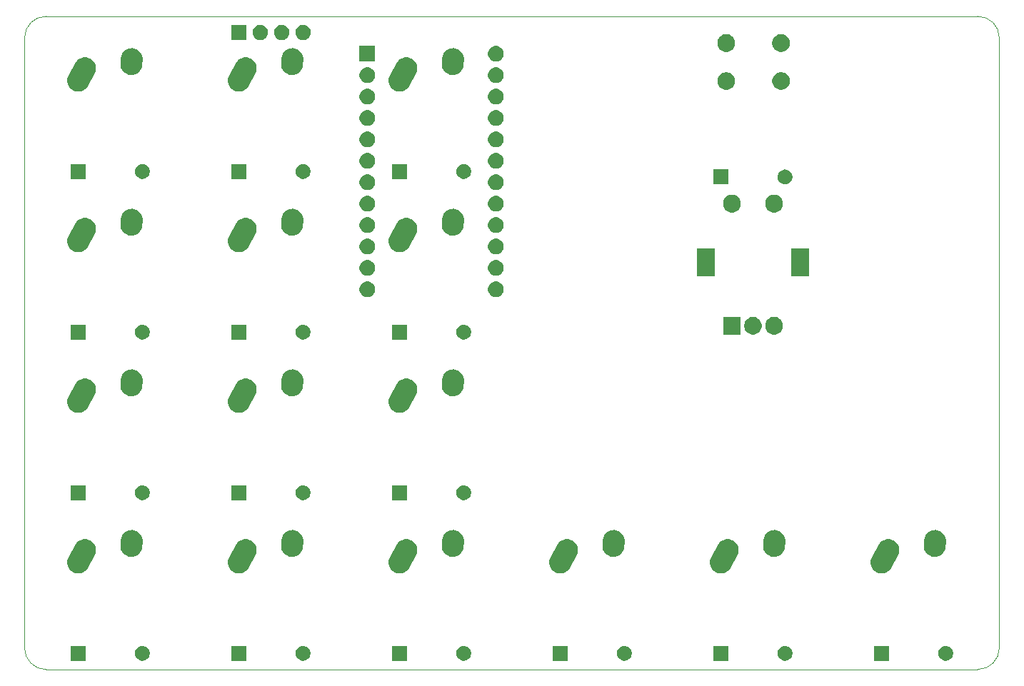
<source format=gbr>
G04 #@! TF.GenerationSoftware,KiCad,Pcbnew,(5.1.5)-3*
G04 #@! TF.CreationDate,2020-09-12T16:36:05+03:00*
G04 #@! TF.ProjectId,taro,7461726f-2e6b-4696-9361-645f70636258,rev?*
G04 #@! TF.SameCoordinates,Original*
G04 #@! TF.FileFunction,Soldermask,Top*
G04 #@! TF.FilePolarity,Negative*
%FSLAX46Y46*%
G04 Gerber Fmt 4.6, Leading zero omitted, Abs format (unit mm)*
G04 Created by KiCad (PCBNEW (5.1.5)-3) date 2020-09-12 16:36:05*
%MOMM*%
%LPD*%
G04 APERTURE LIST*
G04 #@! TA.AperFunction,Profile*
%ADD10C,0.050000*%
G04 #@! TD*
%ADD11C,0.150000*%
G04 APERTURE END LIST*
D10*
X46355000Y-140335000D02*
X156845000Y-140335000D01*
X43815000Y-65405000D02*
X43815000Y-137795000D01*
X156845000Y-62865000D02*
X46355000Y-62865000D01*
X159385000Y-137795000D02*
X159385000Y-65405000D01*
X159385000Y-137795000D02*
G75*
G02X156845000Y-140335000I-2540000J0D01*
G01*
X46355000Y-140335000D02*
G75*
G02X43815000Y-137795000I0J2540000D01*
G01*
X43815000Y-65405000D02*
G75*
G02X46355000Y-62865000I2540000J0D01*
G01*
X156845000Y-62865000D02*
G75*
G02X159385000Y-65405000I0J-2540000D01*
G01*
D11*
G36*
X57955997Y-137570342D02*
G01*
X58040666Y-137587183D01*
X58106738Y-137614551D01*
X58200177Y-137653255D01*
X58343736Y-137749178D01*
X58465822Y-137871264D01*
X58561745Y-138014823D01*
X58627817Y-138174335D01*
X58661500Y-138343671D01*
X58661500Y-138516329D01*
X58627817Y-138685665D01*
X58561745Y-138845177D01*
X58465822Y-138988736D01*
X58343736Y-139110822D01*
X58200177Y-139206745D01*
X58106738Y-139245449D01*
X58040666Y-139272817D01*
X57955997Y-139289659D01*
X57871329Y-139306500D01*
X57698671Y-139306500D01*
X57614003Y-139289659D01*
X57529334Y-139272817D01*
X57463262Y-139245449D01*
X57369823Y-139206745D01*
X57226264Y-139110822D01*
X57104178Y-138988736D01*
X57008255Y-138845177D01*
X56942183Y-138685665D01*
X56908500Y-138516329D01*
X56908500Y-138343671D01*
X56942183Y-138174335D01*
X57008255Y-138014823D01*
X57104178Y-137871264D01*
X57226264Y-137749178D01*
X57369823Y-137653255D01*
X57463262Y-137614551D01*
X57529334Y-137587183D01*
X57614003Y-137570342D01*
X57698671Y-137553500D01*
X57871329Y-137553500D01*
X57955997Y-137570342D01*
G37*
G36*
X146291500Y-139306500D02*
G01*
X144538500Y-139306500D01*
X144538500Y-137553500D01*
X146291500Y-137553500D01*
X146291500Y-139306500D01*
G37*
G36*
X134155997Y-137570342D02*
G01*
X134240666Y-137587183D01*
X134306738Y-137614551D01*
X134400177Y-137653255D01*
X134543736Y-137749178D01*
X134665822Y-137871264D01*
X134761745Y-138014823D01*
X134827817Y-138174335D01*
X134861500Y-138343671D01*
X134861500Y-138516329D01*
X134827817Y-138685665D01*
X134761745Y-138845177D01*
X134665822Y-138988736D01*
X134543736Y-139110822D01*
X134400177Y-139206745D01*
X134306738Y-139245449D01*
X134240666Y-139272817D01*
X134155997Y-139289659D01*
X134071329Y-139306500D01*
X133898671Y-139306500D01*
X133814003Y-139289659D01*
X133729334Y-139272817D01*
X133663262Y-139245449D01*
X133569823Y-139206745D01*
X133426264Y-139110822D01*
X133304178Y-138988736D01*
X133208255Y-138845177D01*
X133142183Y-138685665D01*
X133108500Y-138516329D01*
X133108500Y-138343671D01*
X133142183Y-138174335D01*
X133208255Y-138014823D01*
X133304178Y-137871264D01*
X133426264Y-137749178D01*
X133569823Y-137653255D01*
X133663262Y-137614551D01*
X133729334Y-137587183D01*
X133814003Y-137570342D01*
X133898671Y-137553500D01*
X134071329Y-137553500D01*
X134155997Y-137570342D01*
G37*
G36*
X127241500Y-139306500D02*
G01*
X125488500Y-139306500D01*
X125488500Y-137553500D01*
X127241500Y-137553500D01*
X127241500Y-139306500D01*
G37*
G36*
X115105997Y-137570342D02*
G01*
X115190666Y-137587183D01*
X115256738Y-137614551D01*
X115350177Y-137653255D01*
X115493736Y-137749178D01*
X115615822Y-137871264D01*
X115711745Y-138014823D01*
X115777817Y-138174335D01*
X115811500Y-138343671D01*
X115811500Y-138516329D01*
X115777817Y-138685665D01*
X115711745Y-138845177D01*
X115615822Y-138988736D01*
X115493736Y-139110822D01*
X115350177Y-139206745D01*
X115256738Y-139245449D01*
X115190666Y-139272817D01*
X115105997Y-139289659D01*
X115021329Y-139306500D01*
X114848671Y-139306500D01*
X114764003Y-139289659D01*
X114679334Y-139272817D01*
X114613262Y-139245449D01*
X114519823Y-139206745D01*
X114376264Y-139110822D01*
X114254178Y-138988736D01*
X114158255Y-138845177D01*
X114092183Y-138685665D01*
X114058500Y-138516329D01*
X114058500Y-138343671D01*
X114092183Y-138174335D01*
X114158255Y-138014823D01*
X114254178Y-137871264D01*
X114376264Y-137749178D01*
X114519823Y-137653255D01*
X114613262Y-137614551D01*
X114679334Y-137587183D01*
X114764003Y-137570342D01*
X114848671Y-137553500D01*
X115021329Y-137553500D01*
X115105997Y-137570342D01*
G37*
G36*
X108191500Y-139306500D02*
G01*
X106438500Y-139306500D01*
X106438500Y-137553500D01*
X108191500Y-137553500D01*
X108191500Y-139306500D01*
G37*
G36*
X96055997Y-137570342D02*
G01*
X96140666Y-137587183D01*
X96206738Y-137614551D01*
X96300177Y-137653255D01*
X96443736Y-137749178D01*
X96565822Y-137871264D01*
X96661745Y-138014823D01*
X96727817Y-138174335D01*
X96761500Y-138343671D01*
X96761500Y-138516329D01*
X96727817Y-138685665D01*
X96661745Y-138845177D01*
X96565822Y-138988736D01*
X96443736Y-139110822D01*
X96300177Y-139206745D01*
X96206738Y-139245449D01*
X96140666Y-139272817D01*
X96055997Y-139289659D01*
X95971329Y-139306500D01*
X95798671Y-139306500D01*
X95714003Y-139289659D01*
X95629334Y-139272817D01*
X95563262Y-139245449D01*
X95469823Y-139206745D01*
X95326264Y-139110822D01*
X95204178Y-138988736D01*
X95108255Y-138845177D01*
X95042183Y-138685665D01*
X95008500Y-138516329D01*
X95008500Y-138343671D01*
X95042183Y-138174335D01*
X95108255Y-138014823D01*
X95204178Y-137871264D01*
X95326264Y-137749178D01*
X95469823Y-137653255D01*
X95563262Y-137614551D01*
X95629334Y-137587183D01*
X95714003Y-137570342D01*
X95798671Y-137553500D01*
X95971329Y-137553500D01*
X96055997Y-137570342D01*
G37*
G36*
X77005997Y-137570342D02*
G01*
X77090666Y-137587183D01*
X77156738Y-137614551D01*
X77250177Y-137653255D01*
X77393736Y-137749178D01*
X77515822Y-137871264D01*
X77611745Y-138014823D01*
X77677817Y-138174335D01*
X77711500Y-138343671D01*
X77711500Y-138516329D01*
X77677817Y-138685665D01*
X77611745Y-138845177D01*
X77515822Y-138988736D01*
X77393736Y-139110822D01*
X77250177Y-139206745D01*
X77156738Y-139245449D01*
X77090666Y-139272817D01*
X77005997Y-139289659D01*
X76921329Y-139306500D01*
X76748671Y-139306500D01*
X76664003Y-139289659D01*
X76579334Y-139272817D01*
X76513262Y-139245449D01*
X76419823Y-139206745D01*
X76276264Y-139110822D01*
X76154178Y-138988736D01*
X76058255Y-138845177D01*
X75992183Y-138685665D01*
X75958500Y-138516329D01*
X75958500Y-138343671D01*
X75992183Y-138174335D01*
X76058255Y-138014823D01*
X76154178Y-137871264D01*
X76276264Y-137749178D01*
X76419823Y-137653255D01*
X76513262Y-137614551D01*
X76579334Y-137587183D01*
X76664003Y-137570342D01*
X76748671Y-137553500D01*
X76921329Y-137553500D01*
X77005997Y-137570342D01*
G37*
G36*
X70091500Y-139306500D02*
G01*
X68338500Y-139306500D01*
X68338500Y-137553500D01*
X70091500Y-137553500D01*
X70091500Y-139306500D01*
G37*
G36*
X153205997Y-137570342D02*
G01*
X153290666Y-137587183D01*
X153356738Y-137614551D01*
X153450177Y-137653255D01*
X153593736Y-137749178D01*
X153715822Y-137871264D01*
X153811745Y-138014823D01*
X153877817Y-138174335D01*
X153911500Y-138343671D01*
X153911500Y-138516329D01*
X153877817Y-138685665D01*
X153811745Y-138845177D01*
X153715822Y-138988736D01*
X153593736Y-139110822D01*
X153450177Y-139206745D01*
X153356738Y-139245449D01*
X153290666Y-139272817D01*
X153205997Y-139289659D01*
X153121329Y-139306500D01*
X152948671Y-139306500D01*
X152864003Y-139289659D01*
X152779334Y-139272817D01*
X152713262Y-139245449D01*
X152619823Y-139206745D01*
X152476264Y-139110822D01*
X152354178Y-138988736D01*
X152258255Y-138845177D01*
X152192183Y-138685665D01*
X152158500Y-138516329D01*
X152158500Y-138343671D01*
X152192183Y-138174335D01*
X152258255Y-138014823D01*
X152354178Y-137871264D01*
X152476264Y-137749178D01*
X152619823Y-137653255D01*
X152713262Y-137614551D01*
X152779334Y-137587183D01*
X152864003Y-137570342D01*
X152948671Y-137553500D01*
X153121329Y-137553500D01*
X153205997Y-137570342D01*
G37*
G36*
X51041500Y-139306500D02*
G01*
X49288500Y-139306500D01*
X49288500Y-137553500D01*
X51041500Y-137553500D01*
X51041500Y-139306500D01*
G37*
G36*
X89141500Y-139306500D02*
G01*
X87388500Y-139306500D01*
X87388500Y-137553500D01*
X89141500Y-137553500D01*
X89141500Y-139306500D01*
G37*
G36*
X146374575Y-124876286D02*
G01*
X146625086Y-124930333D01*
X146758357Y-124988074D01*
X146860239Y-125032215D01*
X146971688Y-125109314D01*
X147070996Y-125178014D01*
X147070998Y-125178016D01*
X147249262Y-125362130D01*
X147388180Y-125577483D01*
X147482419Y-125815804D01*
X147515019Y-125994753D01*
X147528351Y-126067928D01*
X147524213Y-126324169D01*
X147470166Y-126574680D01*
X147393813Y-126750911D01*
X146520846Y-128322549D01*
X146411579Y-128480497D01*
X146411577Y-128480499D01*
X146227463Y-128658763D01*
X146042953Y-128777785D01*
X146012108Y-128797682D01*
X145989546Y-128806603D01*
X145773789Y-128891920D01*
X145594840Y-128924520D01*
X145521665Y-128937852D01*
X145265425Y-128933714D01*
X145014914Y-128879667D01*
X144881643Y-128821926D01*
X144779761Y-128777785D01*
X144668312Y-128700686D01*
X144569004Y-128631986D01*
X144569002Y-128631984D01*
X144390738Y-128447870D01*
X144251820Y-128232517D01*
X144157581Y-127994196D01*
X144124981Y-127815247D01*
X144111649Y-127742072D01*
X144115787Y-127485832D01*
X144169834Y-127235321D01*
X144246187Y-127059090D01*
X145119154Y-125487451D01*
X145228421Y-125329503D01*
X145228423Y-125329501D01*
X145412537Y-125151237D01*
X145627889Y-125012318D01*
X145866210Y-124918080D01*
X146045159Y-124885480D01*
X146118334Y-124872148D01*
X146374575Y-124876286D01*
G37*
G36*
X127324575Y-124876286D02*
G01*
X127575086Y-124930333D01*
X127708357Y-124988074D01*
X127810239Y-125032215D01*
X127921688Y-125109314D01*
X128020996Y-125178014D01*
X128020998Y-125178016D01*
X128199262Y-125362130D01*
X128338180Y-125577483D01*
X128432419Y-125815804D01*
X128465019Y-125994753D01*
X128478351Y-126067928D01*
X128474213Y-126324169D01*
X128420166Y-126574680D01*
X128343813Y-126750911D01*
X127470846Y-128322549D01*
X127361579Y-128480497D01*
X127361577Y-128480499D01*
X127177463Y-128658763D01*
X126992953Y-128777785D01*
X126962108Y-128797682D01*
X126939546Y-128806603D01*
X126723789Y-128891920D01*
X126544840Y-128924520D01*
X126471665Y-128937852D01*
X126215425Y-128933714D01*
X125964914Y-128879667D01*
X125831643Y-128821926D01*
X125729761Y-128777785D01*
X125618312Y-128700686D01*
X125519004Y-128631986D01*
X125519002Y-128631984D01*
X125340738Y-128447870D01*
X125201820Y-128232517D01*
X125107581Y-127994196D01*
X125074981Y-127815247D01*
X125061649Y-127742072D01*
X125065787Y-127485832D01*
X125119834Y-127235321D01*
X125196187Y-127059090D01*
X126069154Y-125487451D01*
X126178421Y-125329503D01*
X126178423Y-125329501D01*
X126362537Y-125151237D01*
X126577889Y-125012318D01*
X126816210Y-124918080D01*
X126995159Y-124885480D01*
X127068334Y-124872148D01*
X127324575Y-124876286D01*
G37*
G36*
X108274575Y-124876286D02*
G01*
X108525086Y-124930333D01*
X108658357Y-124988074D01*
X108760239Y-125032215D01*
X108871688Y-125109314D01*
X108970996Y-125178014D01*
X108970998Y-125178016D01*
X109149262Y-125362130D01*
X109288180Y-125577483D01*
X109382419Y-125815804D01*
X109415019Y-125994753D01*
X109428351Y-126067928D01*
X109424213Y-126324169D01*
X109370166Y-126574680D01*
X109293813Y-126750911D01*
X108420846Y-128322549D01*
X108311579Y-128480497D01*
X108311577Y-128480499D01*
X108127463Y-128658763D01*
X107942953Y-128777785D01*
X107912108Y-128797682D01*
X107889546Y-128806603D01*
X107673789Y-128891920D01*
X107494840Y-128924520D01*
X107421665Y-128937852D01*
X107165425Y-128933714D01*
X106914914Y-128879667D01*
X106781643Y-128821926D01*
X106679761Y-128777785D01*
X106568312Y-128700686D01*
X106469004Y-128631986D01*
X106469002Y-128631984D01*
X106290738Y-128447870D01*
X106151820Y-128232517D01*
X106057581Y-127994196D01*
X106024981Y-127815247D01*
X106011649Y-127742072D01*
X106015787Y-127485832D01*
X106069834Y-127235321D01*
X106146187Y-127059090D01*
X107019154Y-125487451D01*
X107128421Y-125329503D01*
X107128423Y-125329501D01*
X107312537Y-125151237D01*
X107527889Y-125012318D01*
X107766210Y-124918080D01*
X107945159Y-124885480D01*
X108018334Y-124872148D01*
X108274575Y-124876286D01*
G37*
G36*
X89224575Y-124876286D02*
G01*
X89475086Y-124930333D01*
X89608357Y-124988074D01*
X89710239Y-125032215D01*
X89821688Y-125109314D01*
X89920996Y-125178014D01*
X89920998Y-125178016D01*
X90099262Y-125362130D01*
X90238180Y-125577483D01*
X90332419Y-125815804D01*
X90365019Y-125994753D01*
X90378351Y-126067928D01*
X90374213Y-126324169D01*
X90320166Y-126574680D01*
X90243813Y-126750911D01*
X89370846Y-128322549D01*
X89261579Y-128480497D01*
X89261577Y-128480499D01*
X89077463Y-128658763D01*
X88892953Y-128777785D01*
X88862108Y-128797682D01*
X88839546Y-128806603D01*
X88623789Y-128891920D01*
X88444840Y-128924520D01*
X88371665Y-128937852D01*
X88115425Y-128933714D01*
X87864914Y-128879667D01*
X87731643Y-128821926D01*
X87629761Y-128777785D01*
X87518312Y-128700686D01*
X87419004Y-128631986D01*
X87419002Y-128631984D01*
X87240738Y-128447870D01*
X87101820Y-128232517D01*
X87007581Y-127994196D01*
X86974981Y-127815247D01*
X86961649Y-127742072D01*
X86965787Y-127485832D01*
X87019834Y-127235321D01*
X87096187Y-127059090D01*
X87969154Y-125487451D01*
X88078421Y-125329503D01*
X88078423Y-125329501D01*
X88262537Y-125151237D01*
X88477889Y-125012318D01*
X88716210Y-124918080D01*
X88895159Y-124885480D01*
X88968334Y-124872148D01*
X89224575Y-124876286D01*
G37*
G36*
X70174575Y-124876286D02*
G01*
X70425086Y-124930333D01*
X70558357Y-124988074D01*
X70660239Y-125032215D01*
X70771688Y-125109314D01*
X70870996Y-125178014D01*
X70870998Y-125178016D01*
X71049262Y-125362130D01*
X71188180Y-125577483D01*
X71282419Y-125815804D01*
X71315019Y-125994753D01*
X71328351Y-126067928D01*
X71324213Y-126324169D01*
X71270166Y-126574680D01*
X71193813Y-126750911D01*
X70320846Y-128322549D01*
X70211579Y-128480497D01*
X70211577Y-128480499D01*
X70027463Y-128658763D01*
X69842953Y-128777785D01*
X69812108Y-128797682D01*
X69789546Y-128806603D01*
X69573789Y-128891920D01*
X69394840Y-128924520D01*
X69321665Y-128937852D01*
X69065425Y-128933714D01*
X68814914Y-128879667D01*
X68681643Y-128821926D01*
X68579761Y-128777785D01*
X68468312Y-128700686D01*
X68369004Y-128631986D01*
X68369002Y-128631984D01*
X68190738Y-128447870D01*
X68051820Y-128232517D01*
X67957581Y-127994196D01*
X67924981Y-127815247D01*
X67911649Y-127742072D01*
X67915787Y-127485832D01*
X67969834Y-127235321D01*
X68046187Y-127059090D01*
X68919154Y-125487451D01*
X69028421Y-125329503D01*
X69028423Y-125329501D01*
X69212537Y-125151237D01*
X69427889Y-125012318D01*
X69666210Y-124918080D01*
X69845159Y-124885480D01*
X69918334Y-124872148D01*
X70174575Y-124876286D01*
G37*
G36*
X51124575Y-124876286D02*
G01*
X51375086Y-124930333D01*
X51508357Y-124988074D01*
X51610239Y-125032215D01*
X51721688Y-125109314D01*
X51820996Y-125178014D01*
X51820998Y-125178016D01*
X51999262Y-125362130D01*
X52138180Y-125577483D01*
X52232419Y-125815804D01*
X52265019Y-125994753D01*
X52278351Y-126067928D01*
X52274213Y-126324169D01*
X52220166Y-126574680D01*
X52143813Y-126750911D01*
X51270846Y-128322549D01*
X51161579Y-128480497D01*
X51161577Y-128480499D01*
X50977463Y-128658763D01*
X50792953Y-128777785D01*
X50762108Y-128797682D01*
X50739546Y-128806603D01*
X50523789Y-128891920D01*
X50344840Y-128924520D01*
X50271665Y-128937852D01*
X50015425Y-128933714D01*
X49764914Y-128879667D01*
X49631643Y-128821926D01*
X49529761Y-128777785D01*
X49418312Y-128700686D01*
X49319004Y-128631986D01*
X49319002Y-128631984D01*
X49140738Y-128447870D01*
X49001820Y-128232517D01*
X48907581Y-127994196D01*
X48874981Y-127815247D01*
X48861649Y-127742072D01*
X48865787Y-127485832D01*
X48919834Y-127235321D01*
X48996187Y-127059090D01*
X49869154Y-125487451D01*
X49978421Y-125329503D01*
X49978423Y-125329501D01*
X50162537Y-125151237D01*
X50377889Y-125012318D01*
X50616210Y-124918080D01*
X50795159Y-124885480D01*
X50868334Y-124872148D01*
X51124575Y-124876286D01*
G37*
G36*
X56856379Y-123833813D02*
G01*
X57095991Y-123924713D01*
X57313265Y-124060613D01*
X57499852Y-124236288D01*
X57611209Y-124392550D01*
X57648580Y-124444990D01*
X57753735Y-124678697D01*
X57753736Y-124678701D01*
X57811276Y-124928428D01*
X57817058Y-125120394D01*
X57802802Y-125329501D01*
X57768916Y-125826571D01*
X57737135Y-126015983D01*
X57646235Y-126255595D01*
X57602817Y-126325010D01*
X57510335Y-126472869D01*
X57334660Y-126659456D01*
X57178398Y-126770813D01*
X57125958Y-126808184D01*
X56892251Y-126913339D01*
X56892247Y-126913340D01*
X56642521Y-126970880D01*
X56386366Y-126978594D01*
X56386362Y-126978594D01*
X56133621Y-126936187D01*
X55894009Y-126845287D01*
X55676735Y-126709387D01*
X55623703Y-126659456D01*
X55490148Y-126533712D01*
X55378791Y-126377450D01*
X55341420Y-126325010D01*
X55236265Y-126091303D01*
X55178724Y-125841571D01*
X55177948Y-125815804D01*
X55172942Y-125649608D01*
X55221084Y-124943428D01*
X55233044Y-124872148D01*
X55252865Y-124754017D01*
X55343765Y-124514405D01*
X55479665Y-124297131D01*
X55536950Y-124236288D01*
X55655340Y-124110544D01*
X55811602Y-123999187D01*
X55864042Y-123961816D01*
X56097749Y-123856661D01*
X56097753Y-123856660D01*
X56347479Y-123799120D01*
X56603634Y-123791406D01*
X56603638Y-123791406D01*
X56856379Y-123833813D01*
G37*
G36*
X152106379Y-123833813D02*
G01*
X152345991Y-123924713D01*
X152563265Y-124060613D01*
X152749852Y-124236288D01*
X152861209Y-124392550D01*
X152898580Y-124444990D01*
X153003735Y-124678697D01*
X153003736Y-124678701D01*
X153061276Y-124928428D01*
X153067058Y-125120394D01*
X153052802Y-125329501D01*
X153018916Y-125826571D01*
X152987135Y-126015983D01*
X152896235Y-126255595D01*
X152852817Y-126325010D01*
X152760335Y-126472869D01*
X152584660Y-126659456D01*
X152428398Y-126770813D01*
X152375958Y-126808184D01*
X152142251Y-126913339D01*
X152142247Y-126913340D01*
X151892521Y-126970880D01*
X151636366Y-126978594D01*
X151636362Y-126978594D01*
X151383621Y-126936187D01*
X151144009Y-126845287D01*
X150926735Y-126709387D01*
X150873703Y-126659456D01*
X150740148Y-126533712D01*
X150628791Y-126377450D01*
X150591420Y-126325010D01*
X150486265Y-126091303D01*
X150428724Y-125841571D01*
X150427948Y-125815804D01*
X150422942Y-125649608D01*
X150471084Y-124943428D01*
X150483044Y-124872148D01*
X150502865Y-124754017D01*
X150593765Y-124514405D01*
X150729665Y-124297131D01*
X150786950Y-124236288D01*
X150905340Y-124110544D01*
X151061602Y-123999187D01*
X151114042Y-123961816D01*
X151347749Y-123856661D01*
X151347753Y-123856660D01*
X151597479Y-123799120D01*
X151853634Y-123791406D01*
X151853638Y-123791406D01*
X152106379Y-123833813D01*
G37*
G36*
X133056379Y-123833813D02*
G01*
X133295991Y-123924713D01*
X133513265Y-124060613D01*
X133699852Y-124236288D01*
X133811209Y-124392550D01*
X133848580Y-124444990D01*
X133953735Y-124678697D01*
X133953736Y-124678701D01*
X134011276Y-124928428D01*
X134017058Y-125120394D01*
X134002802Y-125329501D01*
X133968916Y-125826571D01*
X133937135Y-126015983D01*
X133846235Y-126255595D01*
X133802817Y-126325010D01*
X133710335Y-126472869D01*
X133534660Y-126659456D01*
X133378398Y-126770813D01*
X133325958Y-126808184D01*
X133092251Y-126913339D01*
X133092247Y-126913340D01*
X132842521Y-126970880D01*
X132586366Y-126978594D01*
X132586362Y-126978594D01*
X132333621Y-126936187D01*
X132094009Y-126845287D01*
X131876735Y-126709387D01*
X131823703Y-126659456D01*
X131690148Y-126533712D01*
X131578791Y-126377450D01*
X131541420Y-126325010D01*
X131436265Y-126091303D01*
X131378724Y-125841571D01*
X131377948Y-125815804D01*
X131372942Y-125649608D01*
X131421084Y-124943428D01*
X131433044Y-124872148D01*
X131452865Y-124754017D01*
X131543765Y-124514405D01*
X131679665Y-124297131D01*
X131736950Y-124236288D01*
X131855340Y-124110544D01*
X132011602Y-123999187D01*
X132064042Y-123961816D01*
X132297749Y-123856661D01*
X132297753Y-123856660D01*
X132547479Y-123799120D01*
X132803634Y-123791406D01*
X132803638Y-123791406D01*
X133056379Y-123833813D01*
G37*
G36*
X94956379Y-123833813D02*
G01*
X95195991Y-123924713D01*
X95413265Y-124060613D01*
X95599852Y-124236288D01*
X95711209Y-124392550D01*
X95748580Y-124444990D01*
X95853735Y-124678697D01*
X95853736Y-124678701D01*
X95911276Y-124928428D01*
X95917058Y-125120394D01*
X95902802Y-125329501D01*
X95868916Y-125826571D01*
X95837135Y-126015983D01*
X95746235Y-126255595D01*
X95702817Y-126325010D01*
X95610335Y-126472869D01*
X95434660Y-126659456D01*
X95278398Y-126770813D01*
X95225958Y-126808184D01*
X94992251Y-126913339D01*
X94992247Y-126913340D01*
X94742521Y-126970880D01*
X94486366Y-126978594D01*
X94486362Y-126978594D01*
X94233621Y-126936187D01*
X93994009Y-126845287D01*
X93776735Y-126709387D01*
X93723703Y-126659456D01*
X93590148Y-126533712D01*
X93478791Y-126377450D01*
X93441420Y-126325010D01*
X93336265Y-126091303D01*
X93278724Y-125841571D01*
X93277948Y-125815804D01*
X93272942Y-125649608D01*
X93321084Y-124943428D01*
X93333044Y-124872148D01*
X93352865Y-124754017D01*
X93443765Y-124514405D01*
X93579665Y-124297131D01*
X93636950Y-124236288D01*
X93755340Y-124110544D01*
X93911602Y-123999187D01*
X93964042Y-123961816D01*
X94197749Y-123856661D01*
X94197753Y-123856660D01*
X94447479Y-123799120D01*
X94703634Y-123791406D01*
X94703638Y-123791406D01*
X94956379Y-123833813D01*
G37*
G36*
X114006379Y-123833813D02*
G01*
X114245991Y-123924713D01*
X114463265Y-124060613D01*
X114649852Y-124236288D01*
X114761209Y-124392550D01*
X114798580Y-124444990D01*
X114903735Y-124678697D01*
X114903736Y-124678701D01*
X114961276Y-124928428D01*
X114967058Y-125120394D01*
X114952802Y-125329501D01*
X114918916Y-125826571D01*
X114887135Y-126015983D01*
X114796235Y-126255595D01*
X114752817Y-126325010D01*
X114660335Y-126472869D01*
X114484660Y-126659456D01*
X114328398Y-126770813D01*
X114275958Y-126808184D01*
X114042251Y-126913339D01*
X114042247Y-126913340D01*
X113792521Y-126970880D01*
X113536366Y-126978594D01*
X113536362Y-126978594D01*
X113283621Y-126936187D01*
X113044009Y-126845287D01*
X112826735Y-126709387D01*
X112773703Y-126659456D01*
X112640148Y-126533712D01*
X112528791Y-126377450D01*
X112491420Y-126325010D01*
X112386265Y-126091303D01*
X112328724Y-125841571D01*
X112327948Y-125815804D01*
X112322942Y-125649608D01*
X112371084Y-124943428D01*
X112383044Y-124872148D01*
X112402865Y-124754017D01*
X112493765Y-124514405D01*
X112629665Y-124297131D01*
X112686950Y-124236288D01*
X112805340Y-124110544D01*
X112961602Y-123999187D01*
X113014042Y-123961816D01*
X113247749Y-123856661D01*
X113247753Y-123856660D01*
X113497479Y-123799120D01*
X113753634Y-123791406D01*
X113753638Y-123791406D01*
X114006379Y-123833813D01*
G37*
G36*
X75906379Y-123833813D02*
G01*
X76145991Y-123924713D01*
X76363265Y-124060613D01*
X76549852Y-124236288D01*
X76661209Y-124392550D01*
X76698580Y-124444990D01*
X76803735Y-124678697D01*
X76803736Y-124678701D01*
X76861276Y-124928428D01*
X76867058Y-125120394D01*
X76852802Y-125329501D01*
X76818916Y-125826571D01*
X76787135Y-126015983D01*
X76696235Y-126255595D01*
X76652817Y-126325010D01*
X76560335Y-126472869D01*
X76384660Y-126659456D01*
X76228398Y-126770813D01*
X76175958Y-126808184D01*
X75942251Y-126913339D01*
X75942247Y-126913340D01*
X75692521Y-126970880D01*
X75436366Y-126978594D01*
X75436362Y-126978594D01*
X75183621Y-126936187D01*
X74944009Y-126845287D01*
X74726735Y-126709387D01*
X74673703Y-126659456D01*
X74540148Y-126533712D01*
X74428791Y-126377450D01*
X74391420Y-126325010D01*
X74286265Y-126091303D01*
X74228724Y-125841571D01*
X74227948Y-125815804D01*
X74222942Y-125649608D01*
X74271084Y-124943428D01*
X74283044Y-124872148D01*
X74302865Y-124754017D01*
X74393765Y-124514405D01*
X74529665Y-124297131D01*
X74586950Y-124236288D01*
X74705340Y-124110544D01*
X74861602Y-123999187D01*
X74914042Y-123961816D01*
X75147749Y-123856661D01*
X75147753Y-123856660D01*
X75397479Y-123799120D01*
X75653634Y-123791406D01*
X75653638Y-123791406D01*
X75906379Y-123833813D01*
G37*
G36*
X89141500Y-120256500D02*
G01*
X87388500Y-120256500D01*
X87388500Y-118503500D01*
X89141500Y-118503500D01*
X89141500Y-120256500D01*
G37*
G36*
X96055997Y-118520342D02*
G01*
X96140666Y-118537183D01*
X96206738Y-118564551D01*
X96300177Y-118603255D01*
X96443736Y-118699178D01*
X96565822Y-118821264D01*
X96661745Y-118964823D01*
X96727817Y-119124335D01*
X96761500Y-119293671D01*
X96761500Y-119466329D01*
X96727817Y-119635665D01*
X96661745Y-119795177D01*
X96565822Y-119938736D01*
X96443736Y-120060822D01*
X96300177Y-120156745D01*
X96206738Y-120195449D01*
X96140666Y-120222817D01*
X96055997Y-120239659D01*
X95971329Y-120256500D01*
X95798671Y-120256500D01*
X95714003Y-120239659D01*
X95629334Y-120222817D01*
X95563262Y-120195449D01*
X95469823Y-120156745D01*
X95326264Y-120060822D01*
X95204178Y-119938736D01*
X95108255Y-119795177D01*
X95042183Y-119635665D01*
X95008500Y-119466329D01*
X95008500Y-119293671D01*
X95042183Y-119124335D01*
X95108255Y-118964823D01*
X95204178Y-118821264D01*
X95326264Y-118699178D01*
X95469823Y-118603255D01*
X95563262Y-118564551D01*
X95629334Y-118537183D01*
X95714003Y-118520342D01*
X95798671Y-118503500D01*
X95971329Y-118503500D01*
X96055997Y-118520342D01*
G37*
G36*
X57955997Y-118520342D02*
G01*
X58040666Y-118537183D01*
X58106738Y-118564551D01*
X58200177Y-118603255D01*
X58343736Y-118699178D01*
X58465822Y-118821264D01*
X58561745Y-118964823D01*
X58627817Y-119124335D01*
X58661500Y-119293671D01*
X58661500Y-119466329D01*
X58627817Y-119635665D01*
X58561745Y-119795177D01*
X58465822Y-119938736D01*
X58343736Y-120060822D01*
X58200177Y-120156745D01*
X58106738Y-120195449D01*
X58040666Y-120222817D01*
X57955997Y-120239659D01*
X57871329Y-120256500D01*
X57698671Y-120256500D01*
X57614003Y-120239659D01*
X57529334Y-120222817D01*
X57463262Y-120195449D01*
X57369823Y-120156745D01*
X57226264Y-120060822D01*
X57104178Y-119938736D01*
X57008255Y-119795177D01*
X56942183Y-119635665D01*
X56908500Y-119466329D01*
X56908500Y-119293671D01*
X56942183Y-119124335D01*
X57008255Y-118964823D01*
X57104178Y-118821264D01*
X57226264Y-118699178D01*
X57369823Y-118603255D01*
X57463262Y-118564551D01*
X57529334Y-118537183D01*
X57614003Y-118520342D01*
X57698671Y-118503500D01*
X57871329Y-118503500D01*
X57955997Y-118520342D01*
G37*
G36*
X77005997Y-118520342D02*
G01*
X77090666Y-118537183D01*
X77156738Y-118564551D01*
X77250177Y-118603255D01*
X77393736Y-118699178D01*
X77515822Y-118821264D01*
X77611745Y-118964823D01*
X77677817Y-119124335D01*
X77711500Y-119293671D01*
X77711500Y-119466329D01*
X77677817Y-119635665D01*
X77611745Y-119795177D01*
X77515822Y-119938736D01*
X77393736Y-120060822D01*
X77250177Y-120156745D01*
X77156738Y-120195449D01*
X77090666Y-120222817D01*
X77005997Y-120239659D01*
X76921329Y-120256500D01*
X76748671Y-120256500D01*
X76664003Y-120239659D01*
X76579334Y-120222817D01*
X76513262Y-120195449D01*
X76419823Y-120156745D01*
X76276264Y-120060822D01*
X76154178Y-119938736D01*
X76058255Y-119795177D01*
X75992183Y-119635665D01*
X75958500Y-119466329D01*
X75958500Y-119293671D01*
X75992183Y-119124335D01*
X76058255Y-118964823D01*
X76154178Y-118821264D01*
X76276264Y-118699178D01*
X76419823Y-118603255D01*
X76513262Y-118564551D01*
X76579334Y-118537183D01*
X76664003Y-118520342D01*
X76748671Y-118503500D01*
X76921329Y-118503500D01*
X77005997Y-118520342D01*
G37*
G36*
X70091500Y-120256500D02*
G01*
X68338500Y-120256500D01*
X68338500Y-118503500D01*
X70091500Y-118503500D01*
X70091500Y-120256500D01*
G37*
G36*
X51041500Y-120256500D02*
G01*
X49288500Y-120256500D01*
X49288500Y-118503500D01*
X51041500Y-118503500D01*
X51041500Y-120256500D01*
G37*
G36*
X89224575Y-105826286D02*
G01*
X89475086Y-105880333D01*
X89608357Y-105938074D01*
X89710239Y-105982215D01*
X89821688Y-106059314D01*
X89920996Y-106128014D01*
X89920998Y-106128016D01*
X90099262Y-106312130D01*
X90238180Y-106527483D01*
X90332419Y-106765804D01*
X90365019Y-106944753D01*
X90378351Y-107017928D01*
X90374213Y-107274169D01*
X90320166Y-107524680D01*
X90243813Y-107700911D01*
X89370846Y-109272549D01*
X89261579Y-109430497D01*
X89261577Y-109430499D01*
X89077463Y-109608763D01*
X88892953Y-109727785D01*
X88862108Y-109747682D01*
X88839546Y-109756603D01*
X88623789Y-109841920D01*
X88444840Y-109874520D01*
X88371665Y-109887852D01*
X88115425Y-109883714D01*
X87864914Y-109829667D01*
X87731643Y-109771926D01*
X87629761Y-109727785D01*
X87518312Y-109650686D01*
X87419004Y-109581986D01*
X87419002Y-109581984D01*
X87240738Y-109397870D01*
X87101820Y-109182517D01*
X87007581Y-108944196D01*
X86974981Y-108765247D01*
X86961649Y-108692072D01*
X86965787Y-108435832D01*
X87019834Y-108185321D01*
X87096187Y-108009090D01*
X87969154Y-106437451D01*
X88078421Y-106279503D01*
X88078423Y-106279501D01*
X88262537Y-106101237D01*
X88477889Y-105962318D01*
X88716210Y-105868080D01*
X88895159Y-105835480D01*
X88968334Y-105822148D01*
X89224575Y-105826286D01*
G37*
G36*
X51124575Y-105826286D02*
G01*
X51375086Y-105880333D01*
X51508357Y-105938074D01*
X51610239Y-105982215D01*
X51721688Y-106059314D01*
X51820996Y-106128014D01*
X51820998Y-106128016D01*
X51999262Y-106312130D01*
X52138180Y-106527483D01*
X52232419Y-106765804D01*
X52265019Y-106944753D01*
X52278351Y-107017928D01*
X52274213Y-107274169D01*
X52220166Y-107524680D01*
X52143813Y-107700911D01*
X51270846Y-109272549D01*
X51161579Y-109430497D01*
X51161577Y-109430499D01*
X50977463Y-109608763D01*
X50792953Y-109727785D01*
X50762108Y-109747682D01*
X50739546Y-109756603D01*
X50523789Y-109841920D01*
X50344840Y-109874520D01*
X50271665Y-109887852D01*
X50015425Y-109883714D01*
X49764914Y-109829667D01*
X49631643Y-109771926D01*
X49529761Y-109727785D01*
X49418312Y-109650686D01*
X49319004Y-109581986D01*
X49319002Y-109581984D01*
X49140738Y-109397870D01*
X49001820Y-109182517D01*
X48907581Y-108944196D01*
X48874981Y-108765247D01*
X48861649Y-108692072D01*
X48865787Y-108435832D01*
X48919834Y-108185321D01*
X48996187Y-108009090D01*
X49869154Y-106437451D01*
X49978421Y-106279503D01*
X49978423Y-106279501D01*
X50162537Y-106101237D01*
X50377889Y-105962318D01*
X50616210Y-105868080D01*
X50795159Y-105835480D01*
X50868334Y-105822148D01*
X51124575Y-105826286D01*
G37*
G36*
X70174575Y-105826286D02*
G01*
X70425086Y-105880333D01*
X70558357Y-105938074D01*
X70660239Y-105982215D01*
X70771688Y-106059314D01*
X70870996Y-106128014D01*
X70870998Y-106128016D01*
X71049262Y-106312130D01*
X71188180Y-106527483D01*
X71282419Y-106765804D01*
X71315019Y-106944753D01*
X71328351Y-107017928D01*
X71324213Y-107274169D01*
X71270166Y-107524680D01*
X71193813Y-107700911D01*
X70320846Y-109272549D01*
X70211579Y-109430497D01*
X70211577Y-109430499D01*
X70027463Y-109608763D01*
X69842953Y-109727785D01*
X69812108Y-109747682D01*
X69789546Y-109756603D01*
X69573789Y-109841920D01*
X69394840Y-109874520D01*
X69321665Y-109887852D01*
X69065425Y-109883714D01*
X68814914Y-109829667D01*
X68681643Y-109771926D01*
X68579761Y-109727785D01*
X68468312Y-109650686D01*
X68369004Y-109581986D01*
X68369002Y-109581984D01*
X68190738Y-109397870D01*
X68051820Y-109182517D01*
X67957581Y-108944196D01*
X67924981Y-108765247D01*
X67911649Y-108692072D01*
X67915787Y-108435832D01*
X67969834Y-108185321D01*
X68046187Y-108009090D01*
X68919154Y-106437451D01*
X69028421Y-106279503D01*
X69028423Y-106279501D01*
X69212537Y-106101237D01*
X69427889Y-105962318D01*
X69666210Y-105868080D01*
X69845159Y-105835480D01*
X69918334Y-105822148D01*
X70174575Y-105826286D01*
G37*
G36*
X56856379Y-104783813D02*
G01*
X57095991Y-104874713D01*
X57313265Y-105010613D01*
X57499852Y-105186288D01*
X57611209Y-105342550D01*
X57648580Y-105394990D01*
X57753735Y-105628697D01*
X57753736Y-105628701D01*
X57811276Y-105878428D01*
X57817058Y-106070394D01*
X57802802Y-106279501D01*
X57768916Y-106776571D01*
X57737135Y-106965983D01*
X57646235Y-107205595D01*
X57602817Y-107275010D01*
X57510335Y-107422869D01*
X57334660Y-107609456D01*
X57178398Y-107720813D01*
X57125958Y-107758184D01*
X56892251Y-107863339D01*
X56892247Y-107863340D01*
X56642521Y-107920880D01*
X56386366Y-107928594D01*
X56386362Y-107928594D01*
X56133621Y-107886187D01*
X55894009Y-107795287D01*
X55676735Y-107659387D01*
X55623703Y-107609456D01*
X55490148Y-107483712D01*
X55378791Y-107327450D01*
X55341420Y-107275010D01*
X55236265Y-107041303D01*
X55178724Y-106791571D01*
X55177948Y-106765804D01*
X55172942Y-106599608D01*
X55221084Y-105893428D01*
X55233044Y-105822148D01*
X55252865Y-105704017D01*
X55343765Y-105464405D01*
X55479665Y-105247131D01*
X55536950Y-105186288D01*
X55655340Y-105060544D01*
X55811602Y-104949187D01*
X55864042Y-104911816D01*
X56097749Y-104806661D01*
X56097753Y-104806660D01*
X56347479Y-104749120D01*
X56603634Y-104741406D01*
X56603638Y-104741406D01*
X56856379Y-104783813D01*
G37*
G36*
X75906379Y-104783813D02*
G01*
X76145991Y-104874713D01*
X76363265Y-105010613D01*
X76549852Y-105186288D01*
X76661209Y-105342550D01*
X76698580Y-105394990D01*
X76803735Y-105628697D01*
X76803736Y-105628701D01*
X76861276Y-105878428D01*
X76867058Y-106070394D01*
X76852802Y-106279501D01*
X76818916Y-106776571D01*
X76787135Y-106965983D01*
X76696235Y-107205595D01*
X76652817Y-107275010D01*
X76560335Y-107422869D01*
X76384660Y-107609456D01*
X76228398Y-107720813D01*
X76175958Y-107758184D01*
X75942251Y-107863339D01*
X75942247Y-107863340D01*
X75692521Y-107920880D01*
X75436366Y-107928594D01*
X75436362Y-107928594D01*
X75183621Y-107886187D01*
X74944009Y-107795287D01*
X74726735Y-107659387D01*
X74673703Y-107609456D01*
X74540148Y-107483712D01*
X74428791Y-107327450D01*
X74391420Y-107275010D01*
X74286265Y-107041303D01*
X74228724Y-106791571D01*
X74227948Y-106765804D01*
X74222942Y-106599608D01*
X74271084Y-105893428D01*
X74283044Y-105822148D01*
X74302865Y-105704017D01*
X74393765Y-105464405D01*
X74529665Y-105247131D01*
X74586950Y-105186288D01*
X74705340Y-105060544D01*
X74861602Y-104949187D01*
X74914042Y-104911816D01*
X75147749Y-104806661D01*
X75147753Y-104806660D01*
X75397479Y-104749120D01*
X75653634Y-104741406D01*
X75653638Y-104741406D01*
X75906379Y-104783813D01*
G37*
G36*
X94956379Y-104783813D02*
G01*
X95195991Y-104874713D01*
X95413265Y-105010613D01*
X95599852Y-105186288D01*
X95711209Y-105342550D01*
X95748580Y-105394990D01*
X95853735Y-105628697D01*
X95853736Y-105628701D01*
X95911276Y-105878428D01*
X95917058Y-106070394D01*
X95902802Y-106279501D01*
X95868916Y-106776571D01*
X95837135Y-106965983D01*
X95746235Y-107205595D01*
X95702817Y-107275010D01*
X95610335Y-107422869D01*
X95434660Y-107609456D01*
X95278398Y-107720813D01*
X95225958Y-107758184D01*
X94992251Y-107863339D01*
X94992247Y-107863340D01*
X94742521Y-107920880D01*
X94486366Y-107928594D01*
X94486362Y-107928594D01*
X94233621Y-107886187D01*
X93994009Y-107795287D01*
X93776735Y-107659387D01*
X93723703Y-107609456D01*
X93590148Y-107483712D01*
X93478791Y-107327450D01*
X93441420Y-107275010D01*
X93336265Y-107041303D01*
X93278724Y-106791571D01*
X93277948Y-106765804D01*
X93272942Y-106599608D01*
X93321084Y-105893428D01*
X93333044Y-105822148D01*
X93352865Y-105704017D01*
X93443765Y-105464405D01*
X93579665Y-105247131D01*
X93636950Y-105186288D01*
X93755340Y-105060544D01*
X93911602Y-104949187D01*
X93964042Y-104911816D01*
X94197749Y-104806661D01*
X94197753Y-104806660D01*
X94447479Y-104749120D01*
X94703634Y-104741406D01*
X94703638Y-104741406D01*
X94956379Y-104783813D01*
G37*
G36*
X77005997Y-99470342D02*
G01*
X77090666Y-99487183D01*
X77156738Y-99514551D01*
X77250177Y-99553255D01*
X77393736Y-99649178D01*
X77515822Y-99771264D01*
X77611745Y-99914823D01*
X77677817Y-100074335D01*
X77711500Y-100243671D01*
X77711500Y-100416329D01*
X77677817Y-100585665D01*
X77611745Y-100745177D01*
X77515822Y-100888736D01*
X77393736Y-101010822D01*
X77250177Y-101106745D01*
X77156738Y-101145449D01*
X77090666Y-101172817D01*
X77005997Y-101189659D01*
X76921329Y-101206500D01*
X76748671Y-101206500D01*
X76664003Y-101189659D01*
X76579334Y-101172817D01*
X76513262Y-101145449D01*
X76419823Y-101106745D01*
X76276264Y-101010822D01*
X76154178Y-100888736D01*
X76058255Y-100745177D01*
X75992183Y-100585665D01*
X75958500Y-100416329D01*
X75958500Y-100243671D01*
X75992183Y-100074335D01*
X76058255Y-99914823D01*
X76154178Y-99771264D01*
X76276264Y-99649178D01*
X76419823Y-99553255D01*
X76513262Y-99514551D01*
X76579334Y-99487183D01*
X76664003Y-99470341D01*
X76748671Y-99453500D01*
X76921329Y-99453500D01*
X77005997Y-99470342D01*
G37*
G36*
X51041500Y-101206500D02*
G01*
X49288500Y-101206500D01*
X49288500Y-99453500D01*
X51041500Y-99453500D01*
X51041500Y-101206500D01*
G37*
G36*
X57955997Y-99470342D02*
G01*
X58040666Y-99487183D01*
X58106738Y-99514551D01*
X58200177Y-99553255D01*
X58343736Y-99649178D01*
X58465822Y-99771264D01*
X58561745Y-99914823D01*
X58627817Y-100074335D01*
X58661500Y-100243671D01*
X58661500Y-100416329D01*
X58627817Y-100585665D01*
X58561745Y-100745177D01*
X58465822Y-100888736D01*
X58343736Y-101010822D01*
X58200177Y-101106745D01*
X58106738Y-101145449D01*
X58040666Y-101172817D01*
X57955997Y-101189659D01*
X57871329Y-101206500D01*
X57698671Y-101206500D01*
X57614003Y-101189659D01*
X57529334Y-101172817D01*
X57463262Y-101145449D01*
X57369823Y-101106745D01*
X57226264Y-101010822D01*
X57104178Y-100888736D01*
X57008255Y-100745177D01*
X56942183Y-100585665D01*
X56908500Y-100416329D01*
X56908500Y-100243671D01*
X56942183Y-100074335D01*
X57008255Y-99914823D01*
X57104178Y-99771264D01*
X57226264Y-99649178D01*
X57369823Y-99553255D01*
X57463262Y-99514551D01*
X57529334Y-99487183D01*
X57614003Y-99470341D01*
X57698671Y-99453500D01*
X57871329Y-99453500D01*
X57955997Y-99470342D01*
G37*
G36*
X70091500Y-101206500D02*
G01*
X68338500Y-101206500D01*
X68338500Y-99453500D01*
X70091500Y-99453500D01*
X70091500Y-101206500D01*
G37*
G36*
X89141500Y-101206500D02*
G01*
X87388500Y-101206500D01*
X87388500Y-99453500D01*
X89141500Y-99453500D01*
X89141500Y-101206500D01*
G37*
G36*
X96055997Y-99470342D02*
G01*
X96140666Y-99487183D01*
X96206738Y-99514551D01*
X96300177Y-99553255D01*
X96443736Y-99649178D01*
X96565822Y-99771264D01*
X96661745Y-99914823D01*
X96727817Y-100074335D01*
X96761500Y-100243671D01*
X96761500Y-100416329D01*
X96727817Y-100585665D01*
X96661745Y-100745177D01*
X96565822Y-100888736D01*
X96443736Y-101010822D01*
X96300177Y-101106745D01*
X96206738Y-101145449D01*
X96140666Y-101172817D01*
X96055997Y-101189659D01*
X95971329Y-101206500D01*
X95798671Y-101206500D01*
X95714003Y-101189659D01*
X95629334Y-101172817D01*
X95563262Y-101145449D01*
X95469823Y-101106745D01*
X95326264Y-101010822D01*
X95204178Y-100888736D01*
X95108255Y-100745177D01*
X95042183Y-100585665D01*
X95008500Y-100416329D01*
X95008500Y-100243671D01*
X95042183Y-100074335D01*
X95108255Y-99914823D01*
X95204178Y-99771264D01*
X95326264Y-99649178D01*
X95469823Y-99553255D01*
X95563262Y-99514551D01*
X95629334Y-99487183D01*
X95714003Y-99470341D01*
X95798671Y-99453500D01*
X95971329Y-99453500D01*
X96055997Y-99470342D01*
G37*
G36*
X128726000Y-100626000D02*
G01*
X126624000Y-100626000D01*
X126624000Y-98524000D01*
X128726000Y-98524000D01*
X128726000Y-100626000D01*
G37*
G36*
X132981564Y-98564389D02*
G01*
X133172833Y-98643615D01*
X133172835Y-98643616D01*
X133344973Y-98758635D01*
X133491365Y-98905027D01*
X133606385Y-99077167D01*
X133685611Y-99268436D01*
X133726000Y-99471484D01*
X133726000Y-99678516D01*
X133685611Y-99881564D01*
X133606385Y-100072833D01*
X133606384Y-100072835D01*
X133491365Y-100244973D01*
X133344973Y-100391365D01*
X133172835Y-100506384D01*
X133172834Y-100506385D01*
X133172833Y-100506385D01*
X132981564Y-100585611D01*
X132778516Y-100626000D01*
X132571484Y-100626000D01*
X132368436Y-100585611D01*
X132177167Y-100506385D01*
X132177166Y-100506385D01*
X132177165Y-100506384D01*
X132005027Y-100391365D01*
X131858635Y-100244973D01*
X131743616Y-100072835D01*
X131743615Y-100072833D01*
X131664389Y-99881564D01*
X131624000Y-99678516D01*
X131624000Y-99471484D01*
X131664389Y-99268436D01*
X131743615Y-99077167D01*
X131858635Y-98905027D01*
X132005027Y-98758635D01*
X132177165Y-98643616D01*
X132177167Y-98643615D01*
X132368436Y-98564389D01*
X132571484Y-98524000D01*
X132778516Y-98524000D01*
X132981564Y-98564389D01*
G37*
G36*
X130481564Y-98564389D02*
G01*
X130672833Y-98643615D01*
X130672835Y-98643616D01*
X130844973Y-98758635D01*
X130991365Y-98905027D01*
X131106385Y-99077167D01*
X131185611Y-99268436D01*
X131226000Y-99471484D01*
X131226000Y-99678516D01*
X131185611Y-99881564D01*
X131106385Y-100072833D01*
X131106384Y-100072835D01*
X130991365Y-100244973D01*
X130844973Y-100391365D01*
X130672835Y-100506384D01*
X130672834Y-100506385D01*
X130672833Y-100506385D01*
X130481564Y-100585611D01*
X130278516Y-100626000D01*
X130071484Y-100626000D01*
X129868436Y-100585611D01*
X129677167Y-100506385D01*
X129677166Y-100506385D01*
X129677165Y-100506384D01*
X129505027Y-100391365D01*
X129358635Y-100244973D01*
X129243616Y-100072835D01*
X129243615Y-100072833D01*
X129164389Y-99881564D01*
X129124000Y-99678516D01*
X129124000Y-99471484D01*
X129164389Y-99268436D01*
X129243615Y-99077167D01*
X129358635Y-98905027D01*
X129505027Y-98758635D01*
X129677165Y-98643616D01*
X129677167Y-98643615D01*
X129868436Y-98564389D01*
X130071484Y-98524000D01*
X130278516Y-98524000D01*
X130481564Y-98564389D01*
G37*
G36*
X99965483Y-94358335D02*
G01*
X100134240Y-94428236D01*
X100286118Y-94529718D01*
X100415282Y-94658882D01*
X100516764Y-94810760D01*
X100586665Y-94979517D01*
X100622300Y-95158668D01*
X100622300Y-95341332D01*
X100586665Y-95520483D01*
X100516764Y-95689240D01*
X100415282Y-95841118D01*
X100286118Y-95970282D01*
X100134240Y-96071764D01*
X99965483Y-96141665D01*
X99786332Y-96177300D01*
X99603668Y-96177300D01*
X99424517Y-96141665D01*
X99255760Y-96071764D01*
X99103882Y-95970282D01*
X98974718Y-95841118D01*
X98873236Y-95689240D01*
X98803335Y-95520483D01*
X98767700Y-95341332D01*
X98767700Y-95158668D01*
X98803335Y-94979517D01*
X98873236Y-94810760D01*
X98974718Y-94658882D01*
X99103882Y-94529718D01*
X99255760Y-94428236D01*
X99424517Y-94358335D01*
X99603668Y-94322700D01*
X99786332Y-94322700D01*
X99965483Y-94358335D01*
G37*
G36*
X84725483Y-94358335D02*
G01*
X84894240Y-94428236D01*
X85046118Y-94529718D01*
X85175282Y-94658882D01*
X85276764Y-94810760D01*
X85346665Y-94979517D01*
X85382300Y-95158668D01*
X85382300Y-95341332D01*
X85346665Y-95520483D01*
X85276764Y-95689240D01*
X85175282Y-95841118D01*
X85046118Y-95970282D01*
X84894240Y-96071764D01*
X84725483Y-96141665D01*
X84546332Y-96177300D01*
X84363668Y-96177300D01*
X84184517Y-96141665D01*
X84015760Y-96071764D01*
X83863882Y-95970282D01*
X83734718Y-95841118D01*
X83633236Y-95689240D01*
X83563335Y-95520483D01*
X83527700Y-95341332D01*
X83527700Y-95158668D01*
X83563335Y-94979517D01*
X83633236Y-94810760D01*
X83734718Y-94658882D01*
X83863882Y-94529718D01*
X84015760Y-94428236D01*
X84184517Y-94358335D01*
X84363668Y-94322700D01*
X84546332Y-94322700D01*
X84725483Y-94358335D01*
G37*
G36*
X125626000Y-93726000D02*
G01*
X123524000Y-93726000D01*
X123524000Y-90424000D01*
X125626000Y-90424000D01*
X125626000Y-93726000D01*
G37*
G36*
X136826000Y-93726000D02*
G01*
X134724000Y-93726000D01*
X134724000Y-90424000D01*
X136826000Y-90424000D01*
X136826000Y-93726000D01*
G37*
G36*
X84725483Y-91818335D02*
G01*
X84894240Y-91888236D01*
X85046118Y-91989718D01*
X85175282Y-92118882D01*
X85276764Y-92270760D01*
X85346665Y-92439517D01*
X85382300Y-92618668D01*
X85382300Y-92801332D01*
X85346665Y-92980483D01*
X85276764Y-93149240D01*
X85175282Y-93301118D01*
X85046118Y-93430282D01*
X84894240Y-93531764D01*
X84725483Y-93601665D01*
X84546332Y-93637300D01*
X84363668Y-93637300D01*
X84184517Y-93601665D01*
X84015760Y-93531764D01*
X83863882Y-93430282D01*
X83734718Y-93301118D01*
X83633236Y-93149240D01*
X83563335Y-92980483D01*
X83527700Y-92801332D01*
X83527700Y-92618668D01*
X83563335Y-92439517D01*
X83633236Y-92270760D01*
X83734718Y-92118882D01*
X83863882Y-91989718D01*
X84015760Y-91888236D01*
X84184517Y-91818335D01*
X84363668Y-91782700D01*
X84546332Y-91782700D01*
X84725483Y-91818335D01*
G37*
G36*
X99965483Y-91818335D02*
G01*
X100134240Y-91888236D01*
X100286118Y-91989718D01*
X100415282Y-92118882D01*
X100516764Y-92270760D01*
X100586665Y-92439517D01*
X100622300Y-92618668D01*
X100622300Y-92801332D01*
X100586665Y-92980483D01*
X100516764Y-93149240D01*
X100415282Y-93301118D01*
X100286118Y-93430282D01*
X100134240Y-93531764D01*
X99965483Y-93601665D01*
X99786332Y-93637300D01*
X99603668Y-93637300D01*
X99424517Y-93601665D01*
X99255760Y-93531764D01*
X99103882Y-93430282D01*
X98974718Y-93301118D01*
X98873236Y-93149240D01*
X98803335Y-92980483D01*
X98767700Y-92801332D01*
X98767700Y-92618668D01*
X98803335Y-92439517D01*
X98873236Y-92270760D01*
X98974718Y-92118882D01*
X99103882Y-91989718D01*
X99255760Y-91888236D01*
X99424517Y-91818335D01*
X99603668Y-91782700D01*
X99786332Y-91782700D01*
X99965483Y-91818335D01*
G37*
G36*
X99965483Y-89278335D02*
G01*
X100134240Y-89348236D01*
X100286118Y-89449718D01*
X100415282Y-89578882D01*
X100516764Y-89730760D01*
X100586665Y-89899517D01*
X100622300Y-90078668D01*
X100622300Y-90261332D01*
X100586665Y-90440483D01*
X100516764Y-90609240D01*
X100415282Y-90761118D01*
X100286118Y-90890282D01*
X100134240Y-90991764D01*
X99965483Y-91061665D01*
X99786332Y-91097300D01*
X99603668Y-91097300D01*
X99424517Y-91061665D01*
X99255760Y-90991764D01*
X99103882Y-90890282D01*
X98974718Y-90761118D01*
X98873236Y-90609240D01*
X98803335Y-90440483D01*
X98767700Y-90261332D01*
X98767700Y-90078668D01*
X98803335Y-89899517D01*
X98873236Y-89730760D01*
X98974718Y-89578882D01*
X99103882Y-89449718D01*
X99255760Y-89348236D01*
X99424517Y-89278335D01*
X99603668Y-89242700D01*
X99786332Y-89242700D01*
X99965483Y-89278335D01*
G37*
G36*
X84725483Y-89278335D02*
G01*
X84894240Y-89348236D01*
X85046118Y-89449718D01*
X85175282Y-89578882D01*
X85276764Y-89730760D01*
X85346665Y-89899517D01*
X85382300Y-90078668D01*
X85382300Y-90261332D01*
X85346665Y-90440483D01*
X85276764Y-90609240D01*
X85175282Y-90761118D01*
X85046118Y-90890282D01*
X84894240Y-90991764D01*
X84725483Y-91061665D01*
X84546332Y-91097300D01*
X84363668Y-91097300D01*
X84184517Y-91061665D01*
X84015760Y-90991764D01*
X83863882Y-90890282D01*
X83734718Y-90761118D01*
X83633236Y-90609240D01*
X83563335Y-90440483D01*
X83527700Y-90261332D01*
X83527700Y-90078668D01*
X83563335Y-89899517D01*
X83633236Y-89730760D01*
X83734718Y-89578882D01*
X83863882Y-89449718D01*
X84015760Y-89348236D01*
X84184517Y-89278335D01*
X84363668Y-89242700D01*
X84546332Y-89242700D01*
X84725483Y-89278335D01*
G37*
G36*
X51124575Y-86776286D02*
G01*
X51375086Y-86830333D01*
X51508357Y-86888074D01*
X51610239Y-86932215D01*
X51721688Y-87009314D01*
X51820996Y-87078014D01*
X51820998Y-87078016D01*
X51999262Y-87262130D01*
X52138180Y-87477483D01*
X52232419Y-87715804D01*
X52265019Y-87894753D01*
X52278351Y-87967928D01*
X52274213Y-88224169D01*
X52220166Y-88474680D01*
X52143813Y-88650911D01*
X51270846Y-90222549D01*
X51161579Y-90380497D01*
X51161577Y-90380499D01*
X50977463Y-90558763D01*
X50792953Y-90677785D01*
X50762108Y-90697682D01*
X50739546Y-90706603D01*
X50523789Y-90791920D01*
X50344840Y-90824520D01*
X50271665Y-90837852D01*
X50015425Y-90833714D01*
X49764914Y-90779667D01*
X49631643Y-90721926D01*
X49529761Y-90677785D01*
X49418312Y-90600686D01*
X49319004Y-90531986D01*
X49319002Y-90531984D01*
X49140738Y-90347870D01*
X49001820Y-90132517D01*
X48907581Y-89894196D01*
X48874981Y-89715247D01*
X48861649Y-89642072D01*
X48865787Y-89385832D01*
X48919834Y-89135321D01*
X48996187Y-88959090D01*
X49869154Y-87387451D01*
X49978421Y-87229503D01*
X49978423Y-87229501D01*
X50162537Y-87051237D01*
X50377889Y-86912318D01*
X50616210Y-86818080D01*
X50795159Y-86785480D01*
X50868334Y-86772148D01*
X51124575Y-86776286D01*
G37*
G36*
X70174575Y-86776286D02*
G01*
X70425086Y-86830333D01*
X70558357Y-86888074D01*
X70660239Y-86932215D01*
X70771688Y-87009314D01*
X70870996Y-87078014D01*
X70870998Y-87078016D01*
X71049262Y-87262130D01*
X71188180Y-87477483D01*
X71282419Y-87715804D01*
X71315019Y-87894753D01*
X71328351Y-87967928D01*
X71324213Y-88224169D01*
X71270166Y-88474680D01*
X71193813Y-88650911D01*
X70320846Y-90222549D01*
X70211579Y-90380497D01*
X70211577Y-90380499D01*
X70027463Y-90558763D01*
X69842953Y-90677785D01*
X69812108Y-90697682D01*
X69789546Y-90706603D01*
X69573789Y-90791920D01*
X69394840Y-90824520D01*
X69321665Y-90837852D01*
X69065425Y-90833714D01*
X68814914Y-90779667D01*
X68681643Y-90721926D01*
X68579761Y-90677785D01*
X68468312Y-90600686D01*
X68369004Y-90531986D01*
X68369002Y-90531984D01*
X68190738Y-90347870D01*
X68051820Y-90132517D01*
X67957581Y-89894196D01*
X67924981Y-89715247D01*
X67911649Y-89642072D01*
X67915787Y-89385832D01*
X67969834Y-89135321D01*
X68046187Y-88959090D01*
X68919154Y-87387451D01*
X69028421Y-87229503D01*
X69028423Y-87229501D01*
X69212537Y-87051237D01*
X69427889Y-86912318D01*
X69666210Y-86818080D01*
X69845159Y-86785480D01*
X69918334Y-86772148D01*
X70174575Y-86776286D01*
G37*
G36*
X89224575Y-86776286D02*
G01*
X89475086Y-86830333D01*
X89608357Y-86888074D01*
X89710239Y-86932215D01*
X89821688Y-87009314D01*
X89920996Y-87078014D01*
X89920998Y-87078016D01*
X90099262Y-87262130D01*
X90238180Y-87477483D01*
X90332419Y-87715804D01*
X90365019Y-87894753D01*
X90378351Y-87967928D01*
X90374213Y-88224169D01*
X90320166Y-88474680D01*
X90243813Y-88650911D01*
X89370846Y-90222549D01*
X89261579Y-90380497D01*
X89261577Y-90380499D01*
X89077463Y-90558763D01*
X88892953Y-90677785D01*
X88862108Y-90697682D01*
X88839546Y-90706603D01*
X88623789Y-90791920D01*
X88444840Y-90824520D01*
X88371665Y-90837852D01*
X88115425Y-90833714D01*
X87864914Y-90779667D01*
X87731643Y-90721926D01*
X87629761Y-90677785D01*
X87518312Y-90600686D01*
X87419004Y-90531986D01*
X87419002Y-90531984D01*
X87240738Y-90347870D01*
X87101820Y-90132517D01*
X87007581Y-89894196D01*
X86974981Y-89715247D01*
X86961649Y-89642072D01*
X86965787Y-89385832D01*
X87019834Y-89135321D01*
X87096187Y-88959090D01*
X87969154Y-87387451D01*
X88078421Y-87229503D01*
X88078423Y-87229501D01*
X88262537Y-87051237D01*
X88477889Y-86912318D01*
X88716210Y-86818080D01*
X88895159Y-86785480D01*
X88968334Y-86772148D01*
X89224575Y-86776286D01*
G37*
G36*
X75906379Y-85733813D02*
G01*
X76145991Y-85824713D01*
X76285166Y-85911764D01*
X76363265Y-85960613D01*
X76549852Y-86136288D01*
X76661209Y-86292550D01*
X76698580Y-86344990D01*
X76803735Y-86578697D01*
X76803736Y-86578701D01*
X76861276Y-86828428D01*
X76867058Y-87020394D01*
X76855443Y-87190760D01*
X76818916Y-87726571D01*
X76787135Y-87915983D01*
X76696235Y-88155595D01*
X76652817Y-88225010D01*
X76560335Y-88372869D01*
X76384660Y-88559456D01*
X76228398Y-88670813D01*
X76175958Y-88708184D01*
X75942251Y-88813339D01*
X75942247Y-88813340D01*
X75692521Y-88870880D01*
X75436366Y-88878594D01*
X75436362Y-88878594D01*
X75183621Y-88836187D01*
X74944009Y-88745287D01*
X74726735Y-88609387D01*
X74673703Y-88559456D01*
X74540148Y-88433712D01*
X74428791Y-88277450D01*
X74391420Y-88225010D01*
X74286265Y-87991303D01*
X74228724Y-87741571D01*
X74228272Y-87726571D01*
X74222942Y-87549608D01*
X74271084Y-86843428D01*
X74283044Y-86772148D01*
X74302865Y-86654017D01*
X74393765Y-86414405D01*
X74529665Y-86197131D01*
X74586950Y-86136288D01*
X74705340Y-86010544D01*
X74872578Y-85891365D01*
X74914042Y-85861816D01*
X75147749Y-85756661D01*
X75147753Y-85756660D01*
X75397479Y-85699120D01*
X75653634Y-85691406D01*
X75653638Y-85691406D01*
X75906379Y-85733813D01*
G37*
G36*
X94956379Y-85733813D02*
G01*
X95195991Y-85824713D01*
X95335166Y-85911764D01*
X95413265Y-85960613D01*
X95599852Y-86136288D01*
X95711209Y-86292550D01*
X95748580Y-86344990D01*
X95853735Y-86578697D01*
X95853736Y-86578701D01*
X95911276Y-86828428D01*
X95917058Y-87020394D01*
X95905443Y-87190760D01*
X95868916Y-87726571D01*
X95837135Y-87915983D01*
X95746235Y-88155595D01*
X95702817Y-88225010D01*
X95610335Y-88372869D01*
X95434660Y-88559456D01*
X95278398Y-88670813D01*
X95225958Y-88708184D01*
X94992251Y-88813339D01*
X94992247Y-88813340D01*
X94742521Y-88870880D01*
X94486366Y-88878594D01*
X94486362Y-88878594D01*
X94233621Y-88836187D01*
X93994009Y-88745287D01*
X93776735Y-88609387D01*
X93723703Y-88559456D01*
X93590148Y-88433712D01*
X93478791Y-88277450D01*
X93441420Y-88225010D01*
X93336265Y-87991303D01*
X93278724Y-87741571D01*
X93278272Y-87726571D01*
X93272942Y-87549608D01*
X93321084Y-86843428D01*
X93333044Y-86772148D01*
X93352865Y-86654017D01*
X93443765Y-86414405D01*
X93579665Y-86197131D01*
X93636950Y-86136288D01*
X93755340Y-86010544D01*
X93922578Y-85891365D01*
X93964042Y-85861816D01*
X94197749Y-85756661D01*
X94197753Y-85756660D01*
X94447479Y-85699120D01*
X94703634Y-85691406D01*
X94703638Y-85691406D01*
X94956379Y-85733813D01*
G37*
G36*
X56856379Y-85733813D02*
G01*
X57095991Y-85824713D01*
X57235166Y-85911764D01*
X57313265Y-85960613D01*
X57499852Y-86136288D01*
X57611209Y-86292550D01*
X57648580Y-86344990D01*
X57753735Y-86578697D01*
X57753736Y-86578701D01*
X57811276Y-86828428D01*
X57817058Y-87020394D01*
X57805443Y-87190760D01*
X57768916Y-87726571D01*
X57737135Y-87915983D01*
X57646235Y-88155595D01*
X57602817Y-88225010D01*
X57510335Y-88372869D01*
X57334660Y-88559456D01*
X57178398Y-88670813D01*
X57125958Y-88708184D01*
X56892251Y-88813339D01*
X56892247Y-88813340D01*
X56642521Y-88870880D01*
X56386366Y-88878594D01*
X56386362Y-88878594D01*
X56133621Y-88836187D01*
X55894009Y-88745287D01*
X55676735Y-88609387D01*
X55623703Y-88559456D01*
X55490148Y-88433712D01*
X55378791Y-88277450D01*
X55341420Y-88225010D01*
X55236265Y-87991303D01*
X55178724Y-87741571D01*
X55178272Y-87726571D01*
X55172942Y-87549608D01*
X55221084Y-86843428D01*
X55233044Y-86772148D01*
X55252865Y-86654017D01*
X55343765Y-86414405D01*
X55479665Y-86197131D01*
X55536950Y-86136288D01*
X55655340Y-86010544D01*
X55822578Y-85891365D01*
X55864042Y-85861816D01*
X56097749Y-85756661D01*
X56097753Y-85756660D01*
X56347479Y-85699120D01*
X56603634Y-85691406D01*
X56603638Y-85691406D01*
X56856379Y-85733813D01*
G37*
G36*
X84725483Y-86738335D02*
G01*
X84894240Y-86808236D01*
X85046118Y-86909718D01*
X85175282Y-87038882D01*
X85276764Y-87190760D01*
X85346665Y-87359517D01*
X85382300Y-87538668D01*
X85382300Y-87721332D01*
X85346665Y-87900483D01*
X85276764Y-88069240D01*
X85175282Y-88221118D01*
X85046118Y-88350282D01*
X84894240Y-88451764D01*
X84725483Y-88521665D01*
X84546332Y-88557300D01*
X84363668Y-88557300D01*
X84184517Y-88521665D01*
X84015760Y-88451764D01*
X83863882Y-88350282D01*
X83734718Y-88221118D01*
X83633236Y-88069240D01*
X83563335Y-87900483D01*
X83527700Y-87721332D01*
X83527700Y-87538668D01*
X83563335Y-87359517D01*
X83633236Y-87190760D01*
X83734718Y-87038882D01*
X83863882Y-86909718D01*
X84015760Y-86808236D01*
X84184517Y-86738335D01*
X84363668Y-86702700D01*
X84546332Y-86702700D01*
X84725483Y-86738335D01*
G37*
G36*
X99965483Y-86738335D02*
G01*
X100134240Y-86808236D01*
X100286118Y-86909718D01*
X100415282Y-87038882D01*
X100516764Y-87190760D01*
X100586665Y-87359517D01*
X100622300Y-87538668D01*
X100622300Y-87721332D01*
X100586665Y-87900483D01*
X100516764Y-88069240D01*
X100415282Y-88221118D01*
X100286118Y-88350282D01*
X100134240Y-88451764D01*
X99965483Y-88521665D01*
X99786332Y-88557300D01*
X99603668Y-88557300D01*
X99424517Y-88521665D01*
X99255760Y-88451764D01*
X99103882Y-88350282D01*
X98974718Y-88221118D01*
X98873236Y-88069240D01*
X98803335Y-87900483D01*
X98767700Y-87721332D01*
X98767700Y-87538668D01*
X98803335Y-87359517D01*
X98873236Y-87190760D01*
X98974718Y-87038882D01*
X99103882Y-86909718D01*
X99255760Y-86808236D01*
X99424517Y-86738335D01*
X99603668Y-86702700D01*
X99786332Y-86702700D01*
X99965483Y-86738335D01*
G37*
G36*
X127981564Y-84064389D02*
G01*
X128172833Y-84143615D01*
X128172835Y-84143616D01*
X128344973Y-84258635D01*
X128491365Y-84405027D01*
X128606385Y-84577167D01*
X128685611Y-84768436D01*
X128726000Y-84971484D01*
X128726000Y-85178516D01*
X128685611Y-85381564D01*
X128624441Y-85529241D01*
X128606384Y-85572835D01*
X128491365Y-85744973D01*
X128344973Y-85891365D01*
X128172835Y-86006384D01*
X128172834Y-86006385D01*
X128172833Y-86006385D01*
X127981564Y-86085611D01*
X127778516Y-86126000D01*
X127571484Y-86126000D01*
X127368436Y-86085611D01*
X127177167Y-86006385D01*
X127177166Y-86006385D01*
X127177165Y-86006384D01*
X127005027Y-85891365D01*
X126858635Y-85744973D01*
X126743616Y-85572835D01*
X126725559Y-85529241D01*
X126664389Y-85381564D01*
X126624000Y-85178516D01*
X126624000Y-84971484D01*
X126664389Y-84768436D01*
X126743615Y-84577167D01*
X126858635Y-84405027D01*
X127005027Y-84258635D01*
X127177165Y-84143616D01*
X127177167Y-84143615D01*
X127368436Y-84064389D01*
X127571484Y-84024000D01*
X127778516Y-84024000D01*
X127981564Y-84064389D01*
G37*
G36*
X132981564Y-84064389D02*
G01*
X133172833Y-84143615D01*
X133172835Y-84143616D01*
X133344973Y-84258635D01*
X133491365Y-84405027D01*
X133606385Y-84577167D01*
X133685611Y-84768436D01*
X133726000Y-84971484D01*
X133726000Y-85178516D01*
X133685611Y-85381564D01*
X133624441Y-85529241D01*
X133606384Y-85572835D01*
X133491365Y-85744973D01*
X133344973Y-85891365D01*
X133172835Y-86006384D01*
X133172834Y-86006385D01*
X133172833Y-86006385D01*
X132981564Y-86085611D01*
X132778516Y-86126000D01*
X132571484Y-86126000D01*
X132368436Y-86085611D01*
X132177167Y-86006385D01*
X132177166Y-86006385D01*
X132177165Y-86006384D01*
X132005027Y-85891365D01*
X131858635Y-85744973D01*
X131743616Y-85572835D01*
X131725559Y-85529241D01*
X131664389Y-85381564D01*
X131624000Y-85178516D01*
X131624000Y-84971484D01*
X131664389Y-84768436D01*
X131743615Y-84577167D01*
X131858635Y-84405027D01*
X132005027Y-84258635D01*
X132177165Y-84143616D01*
X132177167Y-84143615D01*
X132368436Y-84064389D01*
X132571484Y-84024000D01*
X132778516Y-84024000D01*
X132981564Y-84064389D01*
G37*
G36*
X99965483Y-84198335D02*
G01*
X100134240Y-84268236D01*
X100286118Y-84369718D01*
X100415282Y-84498882D01*
X100516764Y-84650760D01*
X100586665Y-84819517D01*
X100622300Y-84998668D01*
X100622300Y-85181332D01*
X100586665Y-85360483D01*
X100516764Y-85529240D01*
X100415282Y-85681118D01*
X100286118Y-85810282D01*
X100134240Y-85911764D01*
X99965483Y-85981665D01*
X99786332Y-86017300D01*
X99603668Y-86017300D01*
X99424517Y-85981665D01*
X99255760Y-85911764D01*
X99103882Y-85810282D01*
X98974718Y-85681118D01*
X98873236Y-85529240D01*
X98803335Y-85360483D01*
X98767700Y-85181332D01*
X98767700Y-84998668D01*
X98803335Y-84819517D01*
X98873236Y-84650760D01*
X98974718Y-84498882D01*
X99103882Y-84369718D01*
X99255760Y-84268236D01*
X99424517Y-84198335D01*
X99603668Y-84162700D01*
X99786332Y-84162700D01*
X99965483Y-84198335D01*
G37*
G36*
X84725483Y-84198335D02*
G01*
X84894240Y-84268236D01*
X85046118Y-84369718D01*
X85175282Y-84498882D01*
X85276764Y-84650760D01*
X85346665Y-84819517D01*
X85382300Y-84998668D01*
X85382300Y-85181332D01*
X85346665Y-85360483D01*
X85276764Y-85529240D01*
X85175282Y-85681118D01*
X85046118Y-85810282D01*
X84894240Y-85911764D01*
X84725483Y-85981665D01*
X84546332Y-86017300D01*
X84363668Y-86017300D01*
X84184517Y-85981665D01*
X84015760Y-85911764D01*
X83863882Y-85810282D01*
X83734718Y-85681118D01*
X83633236Y-85529240D01*
X83563335Y-85360483D01*
X83527700Y-85181332D01*
X83527700Y-84998668D01*
X83563335Y-84819517D01*
X83633236Y-84650760D01*
X83734718Y-84498882D01*
X83863882Y-84369718D01*
X84015760Y-84268236D01*
X84184517Y-84198335D01*
X84363668Y-84162700D01*
X84546332Y-84162700D01*
X84725483Y-84198335D01*
G37*
G36*
X99965483Y-81658335D02*
G01*
X100134240Y-81728236D01*
X100286118Y-81829718D01*
X100415282Y-81958882D01*
X100516764Y-82110760D01*
X100586665Y-82279517D01*
X100622300Y-82458668D01*
X100622300Y-82641332D01*
X100586665Y-82820483D01*
X100516764Y-82989240D01*
X100415282Y-83141118D01*
X100286118Y-83270282D01*
X100134240Y-83371764D01*
X99965483Y-83441665D01*
X99786332Y-83477300D01*
X99603668Y-83477300D01*
X99424517Y-83441665D01*
X99255760Y-83371764D01*
X99103882Y-83270282D01*
X98974718Y-83141118D01*
X98873236Y-82989240D01*
X98803335Y-82820483D01*
X98767700Y-82641332D01*
X98767700Y-82458668D01*
X98803335Y-82279517D01*
X98873236Y-82110760D01*
X98974718Y-81958882D01*
X99103882Y-81829718D01*
X99255760Y-81728236D01*
X99424517Y-81658335D01*
X99603668Y-81622700D01*
X99786332Y-81622700D01*
X99965483Y-81658335D01*
G37*
G36*
X84725483Y-81658335D02*
G01*
X84894240Y-81728236D01*
X85046118Y-81829718D01*
X85175282Y-81958882D01*
X85276764Y-82110760D01*
X85346665Y-82279517D01*
X85382300Y-82458668D01*
X85382300Y-82641332D01*
X85346665Y-82820483D01*
X85276764Y-82989240D01*
X85175282Y-83141118D01*
X85046118Y-83270282D01*
X84894240Y-83371764D01*
X84725483Y-83441665D01*
X84546332Y-83477300D01*
X84363668Y-83477300D01*
X84184517Y-83441665D01*
X84015760Y-83371764D01*
X83863882Y-83270282D01*
X83734718Y-83141118D01*
X83633236Y-82989240D01*
X83563335Y-82820483D01*
X83527700Y-82641332D01*
X83527700Y-82458668D01*
X83563335Y-82279517D01*
X83633236Y-82110760D01*
X83734718Y-81958882D01*
X83863882Y-81829718D01*
X84015760Y-81728236D01*
X84184517Y-81658335D01*
X84363668Y-81622700D01*
X84546332Y-81622700D01*
X84725483Y-81658335D01*
G37*
G36*
X127241500Y-82791500D02*
G01*
X125488500Y-82791500D01*
X125488500Y-81038500D01*
X127241500Y-81038500D01*
X127241500Y-82791500D01*
G37*
G36*
X134155997Y-81055342D02*
G01*
X134240666Y-81072183D01*
X134306738Y-81099551D01*
X134400177Y-81138255D01*
X134543736Y-81234178D01*
X134665822Y-81356264D01*
X134761745Y-81499823D01*
X134800449Y-81593262D01*
X134827817Y-81659334D01*
X134834947Y-81695178D01*
X134861500Y-81828671D01*
X134861500Y-82001329D01*
X134827817Y-82170665D01*
X134761745Y-82330177D01*
X134665822Y-82473736D01*
X134543736Y-82595822D01*
X134400177Y-82691745D01*
X134306738Y-82730449D01*
X134240666Y-82757817D01*
X134155997Y-82774659D01*
X134071329Y-82791500D01*
X133898671Y-82791500D01*
X133814003Y-82774659D01*
X133729334Y-82757817D01*
X133663262Y-82730449D01*
X133569823Y-82691745D01*
X133426264Y-82595822D01*
X133304178Y-82473736D01*
X133208255Y-82330177D01*
X133142183Y-82170665D01*
X133108500Y-82001329D01*
X133108500Y-81828671D01*
X133135053Y-81695178D01*
X133142183Y-81659334D01*
X133169551Y-81593262D01*
X133208255Y-81499823D01*
X133304178Y-81356264D01*
X133426264Y-81234178D01*
X133569823Y-81138255D01*
X133663262Y-81099551D01*
X133729334Y-81072183D01*
X133814003Y-81055342D01*
X133898671Y-81038500D01*
X134071329Y-81038500D01*
X134155997Y-81055342D01*
G37*
G36*
X96055997Y-80420342D02*
G01*
X96140666Y-80437183D01*
X96169776Y-80449241D01*
X96300177Y-80503255D01*
X96443736Y-80599178D01*
X96565822Y-80721264D01*
X96661745Y-80864823D01*
X96677005Y-80901665D01*
X96727817Y-81024334D01*
X96761500Y-81193672D01*
X96761500Y-81366328D01*
X96734947Y-81499823D01*
X96727817Y-81535665D01*
X96661745Y-81695177D01*
X96565822Y-81838736D01*
X96443736Y-81960822D01*
X96300177Y-82056745D01*
X96206738Y-82095449D01*
X96140666Y-82122817D01*
X96055997Y-82139658D01*
X95971329Y-82156500D01*
X95798671Y-82156500D01*
X95714003Y-82139658D01*
X95629334Y-82122817D01*
X95563262Y-82095449D01*
X95469823Y-82056745D01*
X95326264Y-81960822D01*
X95204178Y-81838736D01*
X95108255Y-81695177D01*
X95042183Y-81535665D01*
X95035054Y-81499823D01*
X95008500Y-81366328D01*
X95008500Y-81193672D01*
X95042183Y-81024334D01*
X95092995Y-80901665D01*
X95108255Y-80864823D01*
X95204178Y-80721264D01*
X95326264Y-80599178D01*
X95469823Y-80503255D01*
X95600224Y-80449241D01*
X95629334Y-80437183D01*
X95714003Y-80420342D01*
X95798671Y-80403500D01*
X95971329Y-80403500D01*
X96055997Y-80420342D01*
G37*
G36*
X89141500Y-82156500D02*
G01*
X87388500Y-82156500D01*
X87388500Y-80403500D01*
X89141500Y-80403500D01*
X89141500Y-82156500D01*
G37*
G36*
X57955997Y-80420342D02*
G01*
X58040666Y-80437183D01*
X58069776Y-80449241D01*
X58200177Y-80503255D01*
X58343736Y-80599178D01*
X58465822Y-80721264D01*
X58561745Y-80864823D01*
X58577005Y-80901665D01*
X58627817Y-81024334D01*
X58661500Y-81193672D01*
X58661500Y-81366328D01*
X58634947Y-81499823D01*
X58627817Y-81535665D01*
X58561745Y-81695177D01*
X58465822Y-81838736D01*
X58343736Y-81960822D01*
X58200177Y-82056745D01*
X58106738Y-82095449D01*
X58040666Y-82122817D01*
X57955997Y-82139658D01*
X57871329Y-82156500D01*
X57698671Y-82156500D01*
X57614003Y-82139658D01*
X57529334Y-82122817D01*
X57463262Y-82095449D01*
X57369823Y-82056745D01*
X57226264Y-81960822D01*
X57104178Y-81838736D01*
X57008255Y-81695177D01*
X56942183Y-81535665D01*
X56935054Y-81499823D01*
X56908500Y-81366328D01*
X56908500Y-81193672D01*
X56942183Y-81024334D01*
X56992995Y-80901665D01*
X57008255Y-80864823D01*
X57104178Y-80721264D01*
X57226264Y-80599178D01*
X57369823Y-80503255D01*
X57500224Y-80449241D01*
X57529334Y-80437183D01*
X57614003Y-80420342D01*
X57698671Y-80403500D01*
X57871329Y-80403500D01*
X57955997Y-80420342D01*
G37*
G36*
X51041500Y-82156500D02*
G01*
X49288500Y-82156500D01*
X49288500Y-80403500D01*
X51041500Y-80403500D01*
X51041500Y-82156500D01*
G37*
G36*
X77005997Y-80420342D02*
G01*
X77090666Y-80437183D01*
X77119776Y-80449241D01*
X77250177Y-80503255D01*
X77393736Y-80599178D01*
X77515822Y-80721264D01*
X77611745Y-80864823D01*
X77627005Y-80901665D01*
X77677817Y-81024334D01*
X77711500Y-81193672D01*
X77711500Y-81366328D01*
X77684947Y-81499823D01*
X77677817Y-81535665D01*
X77611745Y-81695177D01*
X77515822Y-81838736D01*
X77393736Y-81960822D01*
X77250177Y-82056745D01*
X77156738Y-82095449D01*
X77090666Y-82122817D01*
X77005997Y-82139658D01*
X76921329Y-82156500D01*
X76748671Y-82156500D01*
X76664003Y-82139658D01*
X76579334Y-82122817D01*
X76513262Y-82095449D01*
X76419823Y-82056745D01*
X76276264Y-81960822D01*
X76154178Y-81838736D01*
X76058255Y-81695177D01*
X75992183Y-81535665D01*
X75985054Y-81499823D01*
X75958500Y-81366328D01*
X75958500Y-81193672D01*
X75992183Y-81024334D01*
X76042995Y-80901665D01*
X76058255Y-80864823D01*
X76154178Y-80721264D01*
X76276264Y-80599178D01*
X76419823Y-80503255D01*
X76550224Y-80449241D01*
X76579334Y-80437183D01*
X76664003Y-80420342D01*
X76748671Y-80403500D01*
X76921329Y-80403500D01*
X77005997Y-80420342D01*
G37*
G36*
X70091500Y-82156500D02*
G01*
X68338500Y-82156500D01*
X68338500Y-80403500D01*
X70091500Y-80403500D01*
X70091500Y-82156500D01*
G37*
G36*
X99965483Y-79118335D02*
G01*
X100134240Y-79188236D01*
X100286118Y-79289718D01*
X100415282Y-79418882D01*
X100516764Y-79570760D01*
X100586665Y-79739517D01*
X100622300Y-79918668D01*
X100622300Y-80101332D01*
X100586665Y-80280483D01*
X100516764Y-80449240D01*
X100415282Y-80601118D01*
X100286118Y-80730282D01*
X100134240Y-80831764D01*
X99965483Y-80901665D01*
X99786332Y-80937300D01*
X99603668Y-80937300D01*
X99424517Y-80901665D01*
X99255760Y-80831764D01*
X99103882Y-80730282D01*
X98974718Y-80601118D01*
X98873236Y-80449240D01*
X98803335Y-80280483D01*
X98767700Y-80101332D01*
X98767700Y-79918668D01*
X98803335Y-79739517D01*
X98873236Y-79570760D01*
X98974718Y-79418882D01*
X99103882Y-79289718D01*
X99255760Y-79188236D01*
X99424517Y-79118335D01*
X99603668Y-79082700D01*
X99786332Y-79082700D01*
X99965483Y-79118335D01*
G37*
G36*
X84725483Y-79118335D02*
G01*
X84894240Y-79188236D01*
X85046118Y-79289718D01*
X85175282Y-79418882D01*
X85276764Y-79570760D01*
X85346665Y-79739517D01*
X85382300Y-79918668D01*
X85382300Y-80101332D01*
X85346665Y-80280483D01*
X85276764Y-80449240D01*
X85175282Y-80601118D01*
X85046118Y-80730282D01*
X84894240Y-80831764D01*
X84725483Y-80901665D01*
X84546332Y-80937300D01*
X84363668Y-80937300D01*
X84184517Y-80901665D01*
X84015760Y-80831764D01*
X83863882Y-80730282D01*
X83734718Y-80601118D01*
X83633236Y-80449240D01*
X83563335Y-80280483D01*
X83527700Y-80101332D01*
X83527700Y-79918668D01*
X83563335Y-79739517D01*
X83633236Y-79570760D01*
X83734718Y-79418882D01*
X83863882Y-79289718D01*
X84015760Y-79188236D01*
X84184517Y-79118335D01*
X84363668Y-79082700D01*
X84546332Y-79082700D01*
X84725483Y-79118335D01*
G37*
G36*
X99965483Y-76578335D02*
G01*
X100134240Y-76648236D01*
X100286118Y-76749718D01*
X100415282Y-76878882D01*
X100516764Y-77030760D01*
X100586665Y-77199517D01*
X100622300Y-77378668D01*
X100622300Y-77561332D01*
X100586665Y-77740483D01*
X100516764Y-77909240D01*
X100415282Y-78061118D01*
X100286118Y-78190282D01*
X100134240Y-78291764D01*
X99965483Y-78361665D01*
X99786332Y-78397300D01*
X99603668Y-78397300D01*
X99424517Y-78361665D01*
X99255760Y-78291764D01*
X99103882Y-78190282D01*
X98974718Y-78061118D01*
X98873236Y-77909240D01*
X98803335Y-77740483D01*
X98767700Y-77561332D01*
X98767700Y-77378668D01*
X98803335Y-77199517D01*
X98873236Y-77030760D01*
X98974718Y-76878882D01*
X99103882Y-76749718D01*
X99255760Y-76648236D01*
X99424517Y-76578335D01*
X99603668Y-76542700D01*
X99786332Y-76542700D01*
X99965483Y-76578335D01*
G37*
G36*
X84725483Y-76578335D02*
G01*
X84894240Y-76648236D01*
X85046118Y-76749718D01*
X85175282Y-76878882D01*
X85276764Y-77030760D01*
X85346665Y-77199517D01*
X85382300Y-77378668D01*
X85382300Y-77561332D01*
X85346665Y-77740483D01*
X85276764Y-77909240D01*
X85175282Y-78061118D01*
X85046118Y-78190282D01*
X84894240Y-78291764D01*
X84725483Y-78361665D01*
X84546332Y-78397300D01*
X84363668Y-78397300D01*
X84184517Y-78361665D01*
X84015760Y-78291764D01*
X83863882Y-78190282D01*
X83734718Y-78061118D01*
X83633236Y-77909240D01*
X83563335Y-77740483D01*
X83527700Y-77561332D01*
X83527700Y-77378668D01*
X83563335Y-77199517D01*
X83633236Y-77030760D01*
X83734718Y-76878882D01*
X83863882Y-76749718D01*
X84015760Y-76648236D01*
X84184517Y-76578335D01*
X84363668Y-76542700D01*
X84546332Y-76542700D01*
X84725483Y-76578335D01*
G37*
G36*
X99965483Y-74038335D02*
G01*
X100134240Y-74108236D01*
X100286118Y-74209718D01*
X100415282Y-74338882D01*
X100516764Y-74490760D01*
X100586665Y-74659517D01*
X100622300Y-74838668D01*
X100622300Y-75021332D01*
X100586665Y-75200483D01*
X100516764Y-75369240D01*
X100415282Y-75521118D01*
X100286118Y-75650282D01*
X100134240Y-75751764D01*
X99965483Y-75821665D01*
X99786332Y-75857300D01*
X99603668Y-75857300D01*
X99424517Y-75821665D01*
X99255760Y-75751764D01*
X99103882Y-75650282D01*
X98974718Y-75521118D01*
X98873236Y-75369240D01*
X98803335Y-75200483D01*
X98767700Y-75021332D01*
X98767700Y-74838668D01*
X98803335Y-74659517D01*
X98873236Y-74490760D01*
X98974718Y-74338882D01*
X99103882Y-74209718D01*
X99255760Y-74108236D01*
X99424517Y-74038335D01*
X99603668Y-74002700D01*
X99786332Y-74002700D01*
X99965483Y-74038335D01*
G37*
G36*
X84725483Y-74038335D02*
G01*
X84894240Y-74108236D01*
X85046118Y-74209718D01*
X85175282Y-74338882D01*
X85276764Y-74490760D01*
X85346665Y-74659517D01*
X85382300Y-74838668D01*
X85382300Y-75021332D01*
X85346665Y-75200483D01*
X85276764Y-75369240D01*
X85175282Y-75521118D01*
X85046118Y-75650282D01*
X84894240Y-75751764D01*
X84725483Y-75821665D01*
X84546332Y-75857300D01*
X84363668Y-75857300D01*
X84184517Y-75821665D01*
X84015760Y-75751764D01*
X83863882Y-75650282D01*
X83734718Y-75521118D01*
X83633236Y-75369240D01*
X83563335Y-75200483D01*
X83527700Y-75021332D01*
X83527700Y-74838668D01*
X83563335Y-74659517D01*
X83633236Y-74490760D01*
X83734718Y-74338882D01*
X83863882Y-74209718D01*
X84015760Y-74108236D01*
X84184517Y-74038335D01*
X84363668Y-74002700D01*
X84546332Y-74002700D01*
X84725483Y-74038335D01*
G37*
G36*
X84725483Y-71498335D02*
G01*
X84894240Y-71568236D01*
X85046118Y-71669718D01*
X85175282Y-71798882D01*
X85276764Y-71950760D01*
X85346665Y-72119517D01*
X85382300Y-72298668D01*
X85382300Y-72481332D01*
X85346665Y-72660483D01*
X85276764Y-72829240D01*
X85175282Y-72981118D01*
X85046118Y-73110282D01*
X84894240Y-73211764D01*
X84725483Y-73281665D01*
X84546332Y-73317300D01*
X84363668Y-73317300D01*
X84184517Y-73281665D01*
X84015760Y-73211764D01*
X83863882Y-73110282D01*
X83734718Y-72981118D01*
X83633236Y-72829240D01*
X83563335Y-72660483D01*
X83527700Y-72481332D01*
X83527700Y-72298668D01*
X83563335Y-72119517D01*
X83633236Y-71950760D01*
X83734718Y-71798882D01*
X83863882Y-71669718D01*
X84015760Y-71568236D01*
X84184517Y-71498335D01*
X84363668Y-71462700D01*
X84546332Y-71462700D01*
X84725483Y-71498335D01*
G37*
G36*
X99965483Y-71498335D02*
G01*
X100134240Y-71568236D01*
X100286118Y-71669718D01*
X100415282Y-71798882D01*
X100516764Y-71950760D01*
X100586665Y-72119517D01*
X100622300Y-72298668D01*
X100622300Y-72481332D01*
X100586665Y-72660483D01*
X100516764Y-72829240D01*
X100415282Y-72981118D01*
X100286118Y-73110282D01*
X100134240Y-73211764D01*
X99965483Y-73281665D01*
X99786332Y-73317300D01*
X99603668Y-73317300D01*
X99424517Y-73281665D01*
X99255760Y-73211764D01*
X99103882Y-73110282D01*
X98974718Y-72981118D01*
X98873236Y-72829240D01*
X98803335Y-72660483D01*
X98767700Y-72481332D01*
X98767700Y-72298668D01*
X98803335Y-72119517D01*
X98873236Y-71950760D01*
X98974718Y-71798882D01*
X99103882Y-71669718D01*
X99255760Y-71568236D01*
X99424517Y-71498335D01*
X99603668Y-71462700D01*
X99786332Y-71462700D01*
X99965483Y-71498335D01*
G37*
G36*
X70174575Y-67726286D02*
G01*
X70425086Y-67780333D01*
X70558357Y-67838074D01*
X70660239Y-67882215D01*
X70771688Y-67959314D01*
X70870996Y-68028014D01*
X70870998Y-68028016D01*
X71049262Y-68212130D01*
X71188180Y-68427483D01*
X71282419Y-68665804D01*
X71315019Y-68844753D01*
X71328351Y-68917928D01*
X71324213Y-69174169D01*
X71270166Y-69424680D01*
X71193813Y-69600911D01*
X70320846Y-71172549D01*
X70211579Y-71330497D01*
X70211577Y-71330499D01*
X70027463Y-71508763D01*
X69842953Y-71627785D01*
X69812108Y-71647682D01*
X69789546Y-71656603D01*
X69573789Y-71741920D01*
X69394840Y-71774520D01*
X69321665Y-71787852D01*
X69065425Y-71783714D01*
X68814914Y-71729667D01*
X68676547Y-71669718D01*
X68579761Y-71627785D01*
X68468203Y-71550610D01*
X68369004Y-71481986D01*
X68350331Y-71462700D01*
X68190738Y-71297870D01*
X68051820Y-71082517D01*
X67957581Y-70844196D01*
X67924981Y-70665247D01*
X67911649Y-70592072D01*
X67915787Y-70335832D01*
X67969834Y-70085321D01*
X68046187Y-69909090D01*
X68919154Y-68337451D01*
X69028421Y-68179503D01*
X69077728Y-68131763D01*
X69212537Y-68001237D01*
X69427889Y-67862318D01*
X69666210Y-67768080D01*
X69845159Y-67735480D01*
X69918334Y-67722148D01*
X70174575Y-67726286D01*
G37*
G36*
X89224575Y-67726286D02*
G01*
X89475086Y-67780333D01*
X89608357Y-67838074D01*
X89710239Y-67882215D01*
X89821688Y-67959314D01*
X89920996Y-68028014D01*
X89920998Y-68028016D01*
X90099262Y-68212130D01*
X90238180Y-68427483D01*
X90332419Y-68665804D01*
X90365019Y-68844753D01*
X90378351Y-68917928D01*
X90374213Y-69174169D01*
X90320166Y-69424680D01*
X90243813Y-69600911D01*
X89370846Y-71172549D01*
X89261579Y-71330497D01*
X89261577Y-71330499D01*
X89077463Y-71508763D01*
X88892953Y-71627785D01*
X88862108Y-71647682D01*
X88839546Y-71656603D01*
X88623789Y-71741920D01*
X88444840Y-71774520D01*
X88371665Y-71787852D01*
X88115425Y-71783714D01*
X87864914Y-71729667D01*
X87726547Y-71669718D01*
X87629761Y-71627785D01*
X87518203Y-71550610D01*
X87419004Y-71481986D01*
X87400331Y-71462700D01*
X87240738Y-71297870D01*
X87101820Y-71082517D01*
X87007581Y-70844196D01*
X86974981Y-70665247D01*
X86961649Y-70592072D01*
X86965787Y-70335832D01*
X87019834Y-70085321D01*
X87096187Y-69909090D01*
X87969154Y-68337451D01*
X88078421Y-68179503D01*
X88127728Y-68131763D01*
X88262537Y-68001237D01*
X88477889Y-67862318D01*
X88716210Y-67768080D01*
X88895159Y-67735480D01*
X88968334Y-67722148D01*
X89224575Y-67726286D01*
G37*
G36*
X51124575Y-67726286D02*
G01*
X51375086Y-67780333D01*
X51508357Y-67838074D01*
X51610239Y-67882215D01*
X51721688Y-67959314D01*
X51820996Y-68028014D01*
X51820998Y-68028016D01*
X51999262Y-68212130D01*
X52138180Y-68427483D01*
X52232419Y-68665804D01*
X52265019Y-68844753D01*
X52278351Y-68917928D01*
X52274213Y-69174169D01*
X52220166Y-69424680D01*
X52143813Y-69600911D01*
X51270846Y-71172549D01*
X51161579Y-71330497D01*
X51161577Y-71330499D01*
X50977463Y-71508763D01*
X50792953Y-71627785D01*
X50762108Y-71647682D01*
X50739546Y-71656603D01*
X50523789Y-71741920D01*
X50344840Y-71774520D01*
X50271665Y-71787852D01*
X50015425Y-71783714D01*
X49764914Y-71729667D01*
X49626547Y-71669718D01*
X49529761Y-71627785D01*
X49418203Y-71550610D01*
X49319004Y-71481986D01*
X49300331Y-71462700D01*
X49140738Y-71297870D01*
X49001820Y-71082517D01*
X48907581Y-70844196D01*
X48874981Y-70665247D01*
X48861649Y-70592072D01*
X48865787Y-70335832D01*
X48919834Y-70085321D01*
X48996187Y-69909090D01*
X49869154Y-68337451D01*
X49978421Y-68179503D01*
X50027728Y-68131763D01*
X50162537Y-68001237D01*
X50377889Y-67862318D01*
X50616210Y-67768080D01*
X50795159Y-67735480D01*
X50868334Y-67722148D01*
X51124575Y-67726286D01*
G37*
G36*
X127306564Y-69529389D02*
G01*
X127497833Y-69608615D01*
X127497835Y-69608616D01*
X127669973Y-69723635D01*
X127816365Y-69870027D01*
X127864010Y-69941332D01*
X127931385Y-70042167D01*
X128010611Y-70233436D01*
X128051000Y-70436484D01*
X128051000Y-70643516D01*
X128010611Y-70846564D01*
X127931385Y-71037833D01*
X127931384Y-71037835D01*
X127816365Y-71209973D01*
X127669973Y-71356365D01*
X127497835Y-71471384D01*
X127497834Y-71471385D01*
X127497833Y-71471385D01*
X127306564Y-71550611D01*
X127103516Y-71591000D01*
X126896484Y-71591000D01*
X126693436Y-71550611D01*
X126502167Y-71471385D01*
X126502166Y-71471385D01*
X126502165Y-71471384D01*
X126330027Y-71356365D01*
X126183635Y-71209973D01*
X126068616Y-71037835D01*
X126068615Y-71037833D01*
X125989389Y-70846564D01*
X125949000Y-70643516D01*
X125949000Y-70436484D01*
X125989389Y-70233436D01*
X126068615Y-70042167D01*
X126135991Y-69941332D01*
X126183635Y-69870027D01*
X126330027Y-69723635D01*
X126502165Y-69608616D01*
X126502167Y-69608615D01*
X126693436Y-69529389D01*
X126896484Y-69489000D01*
X127103516Y-69489000D01*
X127306564Y-69529389D01*
G37*
G36*
X133806564Y-69529389D02*
G01*
X133997833Y-69608615D01*
X133997835Y-69608616D01*
X134169973Y-69723635D01*
X134316365Y-69870027D01*
X134364010Y-69941332D01*
X134431385Y-70042167D01*
X134510611Y-70233436D01*
X134551000Y-70436484D01*
X134551000Y-70643516D01*
X134510611Y-70846564D01*
X134431385Y-71037833D01*
X134431384Y-71037835D01*
X134316365Y-71209973D01*
X134169973Y-71356365D01*
X133997835Y-71471384D01*
X133997834Y-71471385D01*
X133997833Y-71471385D01*
X133806564Y-71550611D01*
X133603516Y-71591000D01*
X133396484Y-71591000D01*
X133193436Y-71550611D01*
X133002167Y-71471385D01*
X133002166Y-71471385D01*
X133002165Y-71471384D01*
X132830027Y-71356365D01*
X132683635Y-71209973D01*
X132568616Y-71037835D01*
X132568615Y-71037833D01*
X132489389Y-70846564D01*
X132449000Y-70643516D01*
X132449000Y-70436484D01*
X132489389Y-70233436D01*
X132568615Y-70042167D01*
X132635991Y-69941332D01*
X132683635Y-69870027D01*
X132830027Y-69723635D01*
X133002165Y-69608616D01*
X133002167Y-69608615D01*
X133193436Y-69529389D01*
X133396484Y-69489000D01*
X133603516Y-69489000D01*
X133806564Y-69529389D01*
G37*
G36*
X99965483Y-68958335D02*
G01*
X100134240Y-69028236D01*
X100286118Y-69129718D01*
X100415282Y-69258882D01*
X100516764Y-69410760D01*
X100586665Y-69579517D01*
X100622300Y-69758668D01*
X100622300Y-69941332D01*
X100586665Y-70120483D01*
X100516764Y-70289240D01*
X100415282Y-70441118D01*
X100286118Y-70570282D01*
X100134240Y-70671764D01*
X99965483Y-70741665D01*
X99786332Y-70777300D01*
X99603668Y-70777300D01*
X99424517Y-70741665D01*
X99255760Y-70671764D01*
X99103882Y-70570282D01*
X98974718Y-70441118D01*
X98873236Y-70289240D01*
X98803335Y-70120483D01*
X98767700Y-69941332D01*
X98767700Y-69758668D01*
X98803335Y-69579517D01*
X98873236Y-69410760D01*
X98974718Y-69258882D01*
X99103882Y-69129718D01*
X99255760Y-69028236D01*
X99424517Y-68958335D01*
X99603668Y-68922700D01*
X99786332Y-68922700D01*
X99965483Y-68958335D01*
G37*
G36*
X84725483Y-68958335D02*
G01*
X84894240Y-69028236D01*
X85046118Y-69129718D01*
X85175282Y-69258882D01*
X85276764Y-69410760D01*
X85346665Y-69579517D01*
X85382300Y-69758668D01*
X85382300Y-69941332D01*
X85346665Y-70120483D01*
X85276764Y-70289240D01*
X85175282Y-70441118D01*
X85046118Y-70570282D01*
X84894240Y-70671764D01*
X84725483Y-70741665D01*
X84546332Y-70777300D01*
X84363668Y-70777300D01*
X84184517Y-70741665D01*
X84015760Y-70671764D01*
X83863882Y-70570282D01*
X83734718Y-70441118D01*
X83633236Y-70289240D01*
X83563335Y-70120483D01*
X83527700Y-69941332D01*
X83527700Y-69758668D01*
X83563335Y-69579517D01*
X83633236Y-69410760D01*
X83734718Y-69258882D01*
X83863882Y-69129718D01*
X84015760Y-69028236D01*
X84184517Y-68958335D01*
X84363668Y-68922700D01*
X84546332Y-68922700D01*
X84725483Y-68958335D01*
G37*
G36*
X94956379Y-66683813D02*
G01*
X95195991Y-66774713D01*
X95326534Y-66856365D01*
X95413265Y-66910613D01*
X95599852Y-67086288D01*
X95711209Y-67242550D01*
X95748580Y-67294990D01*
X95853735Y-67528697D01*
X95853736Y-67528701D01*
X95911276Y-67778428D01*
X95917058Y-67970394D01*
X95912975Y-68030281D01*
X95868916Y-68676571D01*
X95837135Y-68865983D01*
X95746235Y-69105595D01*
X95702817Y-69175010D01*
X95610335Y-69322869D01*
X95434660Y-69509456D01*
X95278398Y-69620813D01*
X95225958Y-69658184D01*
X94992251Y-69763339D01*
X94992247Y-69763340D01*
X94742521Y-69820880D01*
X94486366Y-69828594D01*
X94486362Y-69828594D01*
X94233621Y-69786187D01*
X93994009Y-69695287D01*
X93776735Y-69559387D01*
X93723703Y-69509456D01*
X93590148Y-69383712D01*
X93478791Y-69227450D01*
X93441420Y-69175010D01*
X93336265Y-68941303D01*
X93278724Y-68691571D01*
X93277948Y-68665804D01*
X93272942Y-68499608D01*
X93321084Y-67793428D01*
X93333044Y-67722148D01*
X93352865Y-67604017D01*
X93443765Y-67364405D01*
X93579665Y-67147131D01*
X93755340Y-66960544D01*
X93911602Y-66849187D01*
X93964042Y-66811816D01*
X94197749Y-66706661D01*
X94197753Y-66706660D01*
X94447479Y-66649120D01*
X94703634Y-66641406D01*
X94703638Y-66641406D01*
X94956379Y-66683813D01*
G37*
G36*
X75906379Y-66683813D02*
G01*
X76145991Y-66774713D01*
X76276534Y-66856365D01*
X76363265Y-66910613D01*
X76549852Y-67086288D01*
X76661209Y-67242550D01*
X76698580Y-67294990D01*
X76803735Y-67528697D01*
X76803736Y-67528701D01*
X76861276Y-67778428D01*
X76867058Y-67970394D01*
X76862975Y-68030281D01*
X76818916Y-68676571D01*
X76787135Y-68865983D01*
X76696235Y-69105595D01*
X76652817Y-69175010D01*
X76560335Y-69322869D01*
X76384660Y-69509456D01*
X76228398Y-69620813D01*
X76175958Y-69658184D01*
X75942251Y-69763339D01*
X75942247Y-69763340D01*
X75692521Y-69820880D01*
X75436366Y-69828594D01*
X75436362Y-69828594D01*
X75183621Y-69786187D01*
X74944009Y-69695287D01*
X74726735Y-69559387D01*
X74673703Y-69509456D01*
X74540148Y-69383712D01*
X74428791Y-69227450D01*
X74391420Y-69175010D01*
X74286265Y-68941303D01*
X74228724Y-68691571D01*
X74227948Y-68665804D01*
X74222942Y-68499608D01*
X74271084Y-67793428D01*
X74283044Y-67722148D01*
X74302865Y-67604017D01*
X74393765Y-67364405D01*
X74529665Y-67147131D01*
X74705340Y-66960544D01*
X74861602Y-66849187D01*
X74914042Y-66811816D01*
X75147749Y-66706661D01*
X75147753Y-66706660D01*
X75397479Y-66649120D01*
X75653634Y-66641406D01*
X75653638Y-66641406D01*
X75906379Y-66683813D01*
G37*
G36*
X56856379Y-66683813D02*
G01*
X57095991Y-66774713D01*
X57226534Y-66856365D01*
X57313265Y-66910613D01*
X57499852Y-67086288D01*
X57611209Y-67242550D01*
X57648580Y-67294990D01*
X57753735Y-67528697D01*
X57753736Y-67528701D01*
X57811276Y-67778428D01*
X57817058Y-67970394D01*
X57812975Y-68030281D01*
X57768916Y-68676571D01*
X57737135Y-68865983D01*
X57646235Y-69105595D01*
X57602817Y-69175010D01*
X57510335Y-69322869D01*
X57334660Y-69509456D01*
X57178398Y-69620813D01*
X57125958Y-69658184D01*
X56892251Y-69763339D01*
X56892247Y-69763340D01*
X56642521Y-69820880D01*
X56386366Y-69828594D01*
X56386362Y-69828594D01*
X56133621Y-69786187D01*
X55894009Y-69695287D01*
X55676735Y-69559387D01*
X55623703Y-69509456D01*
X55490148Y-69383712D01*
X55378791Y-69227450D01*
X55341420Y-69175010D01*
X55236265Y-68941303D01*
X55178724Y-68691571D01*
X55177948Y-68665804D01*
X55172942Y-68499608D01*
X55221084Y-67793428D01*
X55233044Y-67722148D01*
X55252865Y-67604017D01*
X55343765Y-67364405D01*
X55479665Y-67147131D01*
X55655340Y-66960544D01*
X55811602Y-66849187D01*
X55864042Y-66811816D01*
X56097749Y-66706661D01*
X56097753Y-66706660D01*
X56347479Y-66649120D01*
X56603634Y-66641406D01*
X56603638Y-66641406D01*
X56856379Y-66683813D01*
G37*
G36*
X99965483Y-66418335D02*
G01*
X100134240Y-66488236D01*
X100286118Y-66589718D01*
X100415282Y-66718882D01*
X100516764Y-66870760D01*
X100586665Y-67039517D01*
X100622300Y-67218668D01*
X100622300Y-67401332D01*
X100586665Y-67580483D01*
X100516764Y-67749240D01*
X100415282Y-67901118D01*
X100286118Y-68030282D01*
X100134240Y-68131764D01*
X99965483Y-68201665D01*
X99786332Y-68237300D01*
X99603668Y-68237300D01*
X99424517Y-68201665D01*
X99255760Y-68131764D01*
X99103882Y-68030282D01*
X98974718Y-67901118D01*
X98873236Y-67749240D01*
X98803335Y-67580483D01*
X98767700Y-67401332D01*
X98767700Y-67218668D01*
X98803335Y-67039517D01*
X98873236Y-66870760D01*
X98974718Y-66718882D01*
X99103882Y-66589718D01*
X99255760Y-66488236D01*
X99424517Y-66418335D01*
X99603668Y-66382700D01*
X99786332Y-66382700D01*
X99965483Y-66418335D01*
G37*
G36*
X85382300Y-68237300D02*
G01*
X83527700Y-68237300D01*
X83527700Y-66382700D01*
X85382300Y-66382700D01*
X85382300Y-68237300D01*
G37*
G36*
X127306564Y-65029389D02*
G01*
X127497833Y-65108615D01*
X127497835Y-65108616D01*
X127669973Y-65223635D01*
X127816365Y-65370027D01*
X127883067Y-65469853D01*
X127931385Y-65542167D01*
X128010611Y-65733436D01*
X128051000Y-65936484D01*
X128051000Y-66143516D01*
X128010611Y-66346564D01*
X127951928Y-66488237D01*
X127931384Y-66537835D01*
X127816365Y-66709973D01*
X127669973Y-66856365D01*
X127497835Y-66971384D01*
X127497834Y-66971385D01*
X127497833Y-66971385D01*
X127306564Y-67050611D01*
X127103516Y-67091000D01*
X126896484Y-67091000D01*
X126693436Y-67050611D01*
X126502167Y-66971385D01*
X126502166Y-66971385D01*
X126502165Y-66971384D01*
X126330027Y-66856365D01*
X126183635Y-66709973D01*
X126068616Y-66537835D01*
X126048072Y-66488237D01*
X125989389Y-66346564D01*
X125949000Y-66143516D01*
X125949000Y-65936484D01*
X125989389Y-65733436D01*
X126068615Y-65542167D01*
X126116934Y-65469853D01*
X126183635Y-65370027D01*
X126330027Y-65223635D01*
X126502165Y-65108616D01*
X126502167Y-65108615D01*
X126693436Y-65029389D01*
X126896484Y-64989000D01*
X127103516Y-64989000D01*
X127306564Y-65029389D01*
G37*
G36*
X133806564Y-65029389D02*
G01*
X133997833Y-65108615D01*
X133997835Y-65108616D01*
X134169973Y-65223635D01*
X134316365Y-65370027D01*
X134383067Y-65469853D01*
X134431385Y-65542167D01*
X134510611Y-65733436D01*
X134551000Y-65936484D01*
X134551000Y-66143516D01*
X134510611Y-66346564D01*
X134451928Y-66488237D01*
X134431384Y-66537835D01*
X134316365Y-66709973D01*
X134169973Y-66856365D01*
X133997835Y-66971384D01*
X133997834Y-66971385D01*
X133997833Y-66971385D01*
X133806564Y-67050611D01*
X133603516Y-67091000D01*
X133396484Y-67091000D01*
X133193436Y-67050611D01*
X133002167Y-66971385D01*
X133002166Y-66971385D01*
X133002165Y-66971384D01*
X132830027Y-66856365D01*
X132683635Y-66709973D01*
X132568616Y-66537835D01*
X132548072Y-66488237D01*
X132489389Y-66346564D01*
X132449000Y-66143516D01*
X132449000Y-65936484D01*
X132489389Y-65733436D01*
X132568615Y-65542167D01*
X132616934Y-65469853D01*
X132683635Y-65370027D01*
X132830027Y-65223635D01*
X133002165Y-65108616D01*
X133002167Y-65108615D01*
X133193436Y-65029389D01*
X133396484Y-64989000D01*
X133603516Y-64989000D01*
X133806564Y-65029389D01*
G37*
G36*
X76948512Y-63873927D02*
G01*
X77097812Y-63903624D01*
X77261784Y-63971544D01*
X77409354Y-64070147D01*
X77534853Y-64195646D01*
X77633456Y-64343216D01*
X77701376Y-64507188D01*
X77736000Y-64681259D01*
X77736000Y-64858741D01*
X77701376Y-65032812D01*
X77633456Y-65196784D01*
X77534853Y-65344354D01*
X77409354Y-65469853D01*
X77261784Y-65568456D01*
X77097812Y-65636376D01*
X76948512Y-65666073D01*
X76923742Y-65671000D01*
X76746258Y-65671000D01*
X76721488Y-65666073D01*
X76572188Y-65636376D01*
X76408216Y-65568456D01*
X76260646Y-65469853D01*
X76135147Y-65344354D01*
X76036544Y-65196784D01*
X75968624Y-65032812D01*
X75934000Y-64858741D01*
X75934000Y-64681259D01*
X75968624Y-64507188D01*
X76036544Y-64343216D01*
X76135147Y-64195646D01*
X76260646Y-64070147D01*
X76408216Y-63971544D01*
X76572188Y-63903624D01*
X76721488Y-63873927D01*
X76746258Y-63869000D01*
X76923742Y-63869000D01*
X76948512Y-63873927D01*
G37*
G36*
X74408512Y-63873927D02*
G01*
X74557812Y-63903624D01*
X74721784Y-63971544D01*
X74869354Y-64070147D01*
X74994853Y-64195646D01*
X75093456Y-64343216D01*
X75161376Y-64507188D01*
X75196000Y-64681259D01*
X75196000Y-64858741D01*
X75161376Y-65032812D01*
X75093456Y-65196784D01*
X74994853Y-65344354D01*
X74869354Y-65469853D01*
X74721784Y-65568456D01*
X74557812Y-65636376D01*
X74408512Y-65666073D01*
X74383742Y-65671000D01*
X74206258Y-65671000D01*
X74181488Y-65666073D01*
X74032188Y-65636376D01*
X73868216Y-65568456D01*
X73720646Y-65469853D01*
X73595147Y-65344354D01*
X73496544Y-65196784D01*
X73428624Y-65032812D01*
X73394000Y-64858741D01*
X73394000Y-64681259D01*
X73428624Y-64507188D01*
X73496544Y-64343216D01*
X73595147Y-64195646D01*
X73720646Y-64070147D01*
X73868216Y-63971544D01*
X74032188Y-63903624D01*
X74181488Y-63873927D01*
X74206258Y-63869000D01*
X74383742Y-63869000D01*
X74408512Y-63873927D01*
G37*
G36*
X71868512Y-63873927D02*
G01*
X72017812Y-63903624D01*
X72181784Y-63971544D01*
X72329354Y-64070147D01*
X72454853Y-64195646D01*
X72553456Y-64343216D01*
X72621376Y-64507188D01*
X72656000Y-64681259D01*
X72656000Y-64858741D01*
X72621376Y-65032812D01*
X72553456Y-65196784D01*
X72454853Y-65344354D01*
X72329354Y-65469853D01*
X72181784Y-65568456D01*
X72017812Y-65636376D01*
X71868512Y-65666073D01*
X71843742Y-65671000D01*
X71666258Y-65671000D01*
X71641488Y-65666073D01*
X71492188Y-65636376D01*
X71328216Y-65568456D01*
X71180646Y-65469853D01*
X71055147Y-65344354D01*
X70956544Y-65196784D01*
X70888624Y-65032812D01*
X70854000Y-64858741D01*
X70854000Y-64681259D01*
X70888624Y-64507188D01*
X70956544Y-64343216D01*
X71055147Y-64195646D01*
X71180646Y-64070147D01*
X71328216Y-63971544D01*
X71492188Y-63903624D01*
X71641488Y-63873927D01*
X71666258Y-63869000D01*
X71843742Y-63869000D01*
X71868512Y-63873927D01*
G37*
G36*
X70116000Y-65671000D02*
G01*
X68314000Y-65671000D01*
X68314000Y-63869000D01*
X70116000Y-63869000D01*
X70116000Y-65671000D01*
G37*
M02*

</source>
